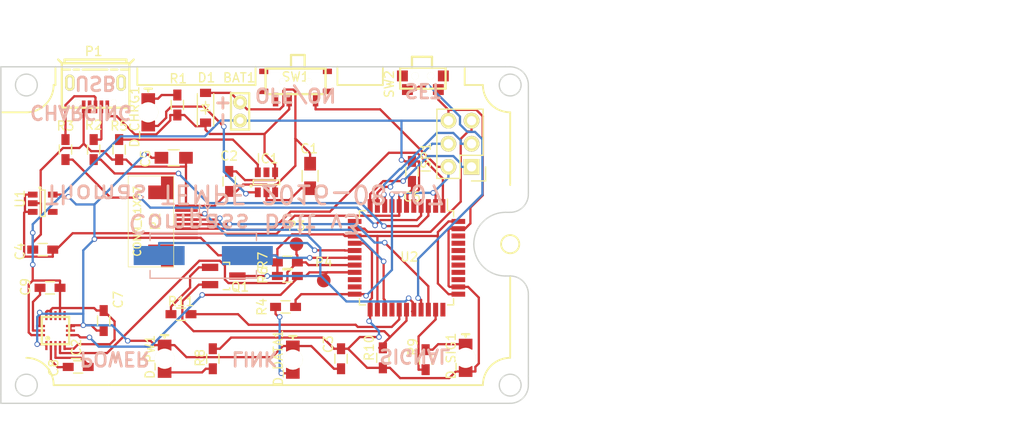
<source format=kicad_pcb>
(kicad_pcb (version 4) (host pcbnew 4.0.4-stable)

  (general
    (links 98)
    (no_connects 0)
    (area 53.899999 46.525 165.90714 93.277)
    (thickness 1.6)
    (drawings 66)
    (tracks 541)
    (zones 0)
    (modules 39)
    (nets 38)
  )

  (page A4)
  (layers
    (0 F.Cu signal)
    (31 B.Cu signal)
    (32 B.Adhes user)
    (33 F.Adhes user)
    (34 B.Paste user)
    (35 F.Paste user)
    (36 B.SilkS user)
    (37 F.SilkS user)
    (38 B.Mask user)
    (39 F.Mask user)
    (40 Dwgs.User user)
    (41 Cmts.User user)
    (42 Eco1.User user)
    (43 Eco2.User user)
    (44 Edge.Cuts user)
    (45 Margin user)
    (46 B.CrtYd user)
    (47 F.CrtYd user)
    (48 B.Fab user)
    (49 F.Fab user)
  )

  (setup
    (last_trace_width 0.25)
    (trace_clearance 0.2)
    (zone_clearance 0.508)
    (zone_45_only yes)
    (trace_min 0.2)
    (segment_width 0.2)
    (edge_width 0.15)
    (via_size 0.6)
    (via_drill 0.4)
    (via_min_size 0.4)
    (via_min_drill 0.3)
    (uvia_size 0.3)
    (uvia_drill 0.1)
    (uvias_allowed no)
    (uvia_min_size 0.2)
    (uvia_min_drill 0.1)
    (pcb_text_width 0.3)
    (pcb_text_size 1.5 1.5)
    (mod_edge_width 0.15)
    (mod_text_size 1 1)
    (mod_text_width 0.15)
    (pad_size 1.524 1.524)
    (pad_drill 0.762)
    (pad_to_mask_clearance 0.2)
    (aux_axis_origin 0 0)
    (visible_elements 7FFFFFFF)
    (pcbplotparams
      (layerselection 0x310ff_80000001)
      (usegerberextensions true)
      (excludeedgelayer true)
      (linewidth 0.100000)
      (plotframeref true)
      (viasonmask false)
      (mode 1)
      (useauxorigin false)
      (hpglpennumber 1)
      (hpglpenspeed 20)
      (hpglpendiameter 15)
      (hpglpenoverlay 2)
      (psnegative false)
      (psa4output false)
      (plotreference true)
      (plotvalue true)
      (plotinvisibletext false)
      (padsonsilk false)
      (subtractmaskfromsilk true)
      (outputformat 1)
      (mirror false)
      (drillshape 0)
      (scaleselection 1)
      (outputdirectory Gerber/))
  )

  (net 0 "")
  (net 1 "Net-(BAT1-Pad1)")
  (net 2 GND)
  (net 3 "Net-(C2-Pad1)")
  (net 4 +3V3)
  (net 5 +5V)
  (net 6 "Net-(C6-Pad2)")
  (net 7 "Net-(C8-Pad1)")
  (net 8 "Net-(C8-Pad2)")
  (net 9 "Net-(C9-Pad2)")
  (net 10 "Net-(D_CHRG1-Pad1)")
  (net 11 "Net-(D_CHRG1-Pad2)")
  (net 12 "Net-(D_DATA1-Pad1)")
  (net 13 "Net-(D_PW1-Pad1)")
  (net 14 "Net-(IC1-Pad6)")
  (net 15 /SCL)
  (net 16 /SDA)
  (net 17 /MISO)
  (net 18 /SCK)
  (net 19 /MOSI)
  (net 20 /RESET)
  (net 21 "Net-(P1-Pad3)")
  (net 22 "Net-(P1-Pad2)")
  (net 23 /A9)
  (net 24 /A10)
  (net 25 /D4)
  (net 26 /D5)
  (net 27 "Net-(Q1-Pad1)")
  (net 28 /D-)
  (net 29 /D+)
  (net 30 "Net-(R4-Pad1)")
  (net 31 "Net-(R9-Pad1)")
  (net 32 /D6)
  (net 33 "Net-(SW2-Pad1)")
  (net 34 "Net-(D_SIG1-Pad2)")
  (net 35 /D7)
  (net 36 "Net-(U2-Pad16)")
  (net 37 "Net-(U2-Pad17)")

  (net_class Default "This is the default net class."
    (clearance 0.2)
    (trace_width 0.25)
    (via_dia 0.6)
    (via_drill 0.4)
    (uvia_dia 0.3)
    (uvia_drill 0.1)
    (add_net +3V3)
    (add_net +5V)
    (add_net /A10)
    (add_net /A9)
    (add_net /D+)
    (add_net /D-)
    (add_net /D4)
    (add_net /D5)
    (add_net /D6)
    (add_net /D7)
    (add_net /MISO)
    (add_net /MOSI)
    (add_net /RESET)
    (add_net /SCK)
    (add_net /SCL)
    (add_net /SDA)
    (add_net GND)
    (add_net "Net-(BAT1-Pad1)")
    (add_net "Net-(C2-Pad1)")
    (add_net "Net-(C6-Pad2)")
    (add_net "Net-(C8-Pad1)")
    (add_net "Net-(C8-Pad2)")
    (add_net "Net-(C9-Pad2)")
    (add_net "Net-(D_CHRG1-Pad1)")
    (add_net "Net-(D_CHRG1-Pad2)")
    (add_net "Net-(D_DATA1-Pad1)")
    (add_net "Net-(D_PW1-Pad1)")
    (add_net "Net-(D_SIG1-Pad2)")
    (add_net "Net-(IC1-Pad6)")
    (add_net "Net-(P1-Pad2)")
    (add_net "Net-(P1-Pad3)")
    (add_net "Net-(Q1-Pad1)")
    (add_net "Net-(R4-Pad1)")
    (add_net "Net-(R9-Pad1)")
    (add_net "Net-(SW2-Pad1)")
    (add_net "Net-(U2-Pad16)")
    (add_net "Net-(U2-Pad17)")
  )

  (module Resistors_SMD:R_0603_HandSoldering (layer F.Cu) (tedit 5681575A) (tstamp 5681459C)
    (at 59.4 78.3 180)
    (descr "Resistor SMD 0603, hand soldering")
    (tags "resistor 0603")
    (path /5680C965)
    (attr smd)
    (fp_text reference C9 (at 2.7 0.1 270) (layer F.SilkS)
      (effects (font (size 1 1) (thickness 0.15)))
    )
    (fp_text value 4.7uF (at 0 1.6 180) (layer F.Fab)
      (effects (font (size 1 1) (thickness 0.15)))
    )
    (fp_line (start -2 -0.8) (end 2 -0.8) (layer F.CrtYd) (width 0.05))
    (fp_line (start -2 0.8) (end 2 0.8) (layer F.CrtYd) (width 0.05))
    (fp_line (start -2 -0.8) (end -2 0.8) (layer F.CrtYd) (width 0.05))
    (fp_line (start 2 -0.8) (end 2 0.8) (layer F.CrtYd) (width 0.05))
    (fp_line (start 0.5 0.675) (end -0.5 0.675) (layer F.SilkS) (width 0.15))
    (fp_line (start -0.5 -0.675) (end 0.5 -0.675) (layer F.SilkS) (width 0.15))
    (pad 1 smd rect (at -1.1 0 180) (size 1.2 0.9) (layers F.Cu F.Paste F.Mask)
      (net 2 GND))
    (pad 2 smd rect (at 1.1 0 180) (size 1.2 0.9) (layers F.Cu F.Paste F.Mask)
      (net 9 "Net-(C9-Pad2)"))
    (model Resistors_SMD.3dshapes/R_0603_HandSoldering.wrl
      (at (xyz 0 0 0))
      (scale (xyz 1 1 1))
      (rotate (xyz 0 0 0))
    )
  )

  (module ttempe_lib:Micro_USB_MK5P (layer F.Cu) (tedit 56815822) (tstamp 5681462C)
    (at 64.4 53.6 180)
    (path /567422EE)
    (fp_text reference P1 (at 0.2 1.3 180) (layer F.SilkS)
      (effects (font (size 1 1) (thickness 0.15)))
    )
    (fp_text value USB_OTG (at -0.2 2.9 180) (layer F.Fab) hide
      (effects (font (size 1 1) (thickness 0.15)))
    )
    (fp_line (start -2.8 -0.7) (end -3.7 -0.7) (layer F.SilkS) (width 0.25))
    (fp_line (start -1.7 -0.7) (end -2.4 -0.7) (layer F.SilkS) (width 0.25))
    (fp_line (start 2.8 -0.7) (end 3.6 -0.7) (layer F.SilkS) (width 0.25))
    (fp_line (start 1.8 -0.7) (end 2.4 -0.7) (layer F.SilkS) (width 0.25))
    (fp_line (start -1.3 -0.7) (end 1.4 -0.7) (layer F.SilkS) (width 0.25))
    (fp_line (start 3.7 0) (end 4.1 0.4) (layer F.SilkS) (width 0.25))
    (fp_line (start -3.8 0) (end -4.2 0.4) (layer F.SilkS) (width 0.25))
    (fp_line (start 3.7 0) (end 3.7 -4.9) (layer F.SilkS) (width 0.25))
    (fp_line (start -3.4 0) (end -3.4 0.4) (layer F.SilkS) (width 0.25))
    (fp_line (start -3.4 0.4) (end 3.4 0.4) (layer F.SilkS) (width 0.25))
    (fp_line (start 3.4 0.4) (end 3.4 0) (layer F.SilkS) (width 0.25))
    (fp_line (start 3.6 -4.9) (end -3.6 -4.9) (layer F.SilkS) (width 0.25))
    (fp_line (start -3.725 -4.9) (end -3.725 0) (layer F.SilkS) (width 0.25))
    (fp_line (start -3.6 0) (end 3.6 0) (layer F.SilkS) (width 0.25))
    (pad "" np_thru_hole oval (at 2.825 -2.15 180) (size 1.05 1.8) (drill oval 0.45 1.2) (layers *.Cu *.Mask F.SilkS))
    (pad "" np_thru_hole oval (at -2.825 -2.15 180) (size 1.05 1.8) (drill oval 0.45 1.2) (layers *.Cu *.Mask F.SilkS))
    (pad "" np_thru_hole circle (at 2 -4.3 180) (size 0.65 0.65) (drill 0.65) (layers *.Cu *.Mask F.SilkS))
    (pad "" np_thru_hole circle (at -2 -4.3 180) (size 0.65 0.65) (drill 0.65) (layers *.Cu *.Mask F.SilkS))
    (pad 3 smd rect (at 0 -4.8 180) (size 0.4 1.4) (layers F.Cu F.Paste F.Mask)
      (net 21 "Net-(P1-Pad3)"))
    (pad 4 smd rect (at 0.65 -4.8 180) (size 0.4 1.4) (layers F.Cu F.Paste F.Mask))
    (pad 2 smd rect (at -0.65 -4.8 180) (size 0.4 1.4) (layers F.Cu F.Paste F.Mask)
      (net 22 "Net-(P1-Pad2)"))
    (pad 5 smd rect (at 1.3 -4.8 180) (size 0.4 1.4) (layers F.Cu F.Paste F.Mask)
      (net 2 GND))
    (pad 1 smd rect (at -1.3 -4.8 180) (size 0.4 1.4) (layers F.Cu F.Paste F.Mask)
      (net 3 "Net-(C2-Pad1)"))
  )

  (module ttempe_lib:Conn_1x2_2mm (layer F.Cu) (tedit 568158B5) (tstamp 56814530)
    (at 80.3 58.9 270)
    (path /56742A17)
    (fp_text reference BAT1 (at -3.7 0.1 360) (layer F.SilkS)
      (effects (font (size 1 1) (thickness 0.15)))
    )
    (fp_text value CONN_01X02 (at -11.4 -3.1 360) (layer F.Fab)
      (effects (font (size 1 1) (thickness 0.15)))
    )
    (fp_line (start -2 -1) (end -2 1) (layer F.SilkS) (width 0.25))
    (fp_line (start -2 1) (end 2 1) (layer F.SilkS) (width 0.25))
    (fp_line (start 2 1) (end 2 -1) (layer F.SilkS) (width 0.25))
    (fp_line (start 2 -1) (end -2 -1) (layer F.SilkS) (width 0.25))
    (pad 1 thru_hole circle (at -1 0 270) (size 1.524 1.524) (drill 0.762) (layers *.Cu *.Mask F.SilkS)
      (net 1 "Net-(BAT1-Pad1)"))
    (pad 2 thru_hole circle (at 1 0 270) (size 1.524 1.524) (drill 0.762) (layers *.Cu *.Mask F.SilkS)
      (net 2 GND))
  )

  (module Resistors_SMD:R_0805_HandSoldering (layer F.Cu) (tedit 5681580B) (tstamp 5681453C)
    (at 88 66 270)
    (descr "Resistor SMD 0805, hand soldering")
    (tags "resistor 0805")
    (path /56742932)
    (attr smd)
    (fp_text reference C1 (at -3 0.1 360) (layer F.SilkS)
      (effects (font (size 1 1) (thickness 0.15)))
    )
    (fp_text value 10uF (at 0.1 1.6 270) (layer F.Fab)
      (effects (font (size 1 1) (thickness 0.15)))
    )
    (fp_line (start -2.4 -1) (end 2.4 -1) (layer F.CrtYd) (width 0.05))
    (fp_line (start -2.4 1) (end 2.4 1) (layer F.CrtYd) (width 0.05))
    (fp_line (start -2.4 -1) (end -2.4 1) (layer F.CrtYd) (width 0.05))
    (fp_line (start 2.4 -1) (end 2.4 1) (layer F.CrtYd) (width 0.05))
    (fp_line (start 0.6 0.875) (end -0.6 0.875) (layer F.SilkS) (width 0.15))
    (fp_line (start -0.6 -0.875) (end 0.6 -0.875) (layer F.SilkS) (width 0.15))
    (pad 1 smd rect (at -1.35 0 270) (size 1.5 1.3) (layers F.Cu F.Paste F.Mask)
      (net 1 "Net-(BAT1-Pad1)"))
    (pad 2 smd rect (at 1.35 0 270) (size 1.5 1.3) (layers F.Cu F.Paste F.Mask)
      (net 2 GND))
    (model Resistors_SMD.3dshapes/R_0805_HandSoldering.wrl
      (at (xyz 0 0 0))
      (scale (xyz 1 1 1))
      (rotate (xyz 0 0 0))
    )
  )

  (module Resistors_SMD:R_0603_HandSoldering (layer F.Cu) (tedit 56815894) (tstamp 56814548)
    (at 79.1 66.6 270)
    (descr "Resistor SMD 0603, hand soldering")
    (tags "resistor 0603")
    (path /567F700A)
    (attr smd)
    (fp_text reference C2 (at -2.8 0 360) (layer F.SilkS)
      (effects (font (size 1 1) (thickness 0.15)))
    )
    (fp_text value .1uF (at 0 1.5 270) (layer F.Fab)
      (effects (font (size 1 1) (thickness 0.15)))
    )
    (fp_line (start -2 -0.8) (end 2 -0.8) (layer F.CrtYd) (width 0.05))
    (fp_line (start -2 0.8) (end 2 0.8) (layer F.CrtYd) (width 0.05))
    (fp_line (start -2 -0.8) (end -2 0.8) (layer F.CrtYd) (width 0.05))
    (fp_line (start 2 -0.8) (end 2 0.8) (layer F.CrtYd) (width 0.05))
    (fp_line (start 0.5 0.675) (end -0.5 0.675) (layer F.SilkS) (width 0.15))
    (fp_line (start -0.5 -0.675) (end 0.5 -0.675) (layer F.SilkS) (width 0.15))
    (pad 1 smd rect (at -1.1 0 270) (size 1.2 0.9) (layers F.Cu F.Paste F.Mask)
      (net 3 "Net-(C2-Pad1)"))
    (pad 2 smd rect (at 1.1 0 270) (size 1.2 0.9) (layers F.Cu F.Paste F.Mask)
      (net 2 GND))
    (model Resistors_SMD.3dshapes/R_0603_HandSoldering.wrl
      (at (xyz 0 0 0))
      (scale (xyz 1 1 1))
      (rotate (xyz 0 0 0))
    )
  )

  (module Resistors_SMD:R_0603_HandSoldering (layer F.Cu) (tedit 5681577A) (tstamp 56814554)
    (at 91.4 86.1 90)
    (descr "Resistor SMD 0603, hand soldering")
    (tags "resistor 0603")
    (path /5680F19C)
    (attr smd)
    (fp_text reference C3 (at 1.6 -1.4 270) (layer F.SilkS)
      (effects (font (size 1 1) (thickness 0.15)))
    )
    (fp_text value .1uF (at -1.2 -1.4 90) (layer F.Fab)
      (effects (font (size 1 1) (thickness 0.15)))
    )
    (fp_line (start -2 -0.8) (end 2 -0.8) (layer F.CrtYd) (width 0.05))
    (fp_line (start -2 0.8) (end 2 0.8) (layer F.CrtYd) (width 0.05))
    (fp_line (start -2 -0.8) (end -2 0.8) (layer F.CrtYd) (width 0.05))
    (fp_line (start 2 -0.8) (end 2 0.8) (layer F.CrtYd) (width 0.05))
    (fp_line (start 0.5 0.675) (end -0.5 0.675) (layer F.SilkS) (width 0.15))
    (fp_line (start -0.5 -0.675) (end 0.5 -0.675) (layer F.SilkS) (width 0.15))
    (pad 1 smd rect (at -1.1 0 90) (size 1.2 0.9) (layers F.Cu F.Paste F.Mask)
      (net 4 +3V3))
    (pad 2 smd rect (at 1.1 0 90) (size 1.2 0.9) (layers F.Cu F.Paste F.Mask)
      (net 2 GND))
    (model Resistors_SMD.3dshapes/R_0603_HandSoldering.wrl
      (at (xyz 0 0 0))
      (scale (xyz 1 1 1))
      (rotate (xyz 0 0 0))
    )
  )

  (module Resistors_SMD:R_0603_HandSoldering (layer F.Cu) (tedit 568157F9) (tstamp 56814560)
    (at 58.6 74.1 180)
    (descr "Resistor SMD 0603, hand soldering")
    (tags "resistor 0603")
    (path /567EBF56)
    (attr smd)
    (fp_text reference C4 (at 2.5 -0.2 270) (layer F.SilkS)
      (effects (font (size 1 1) (thickness 0.15)))
    )
    (fp_text value .1uF (at 0.1 -1.5 180) (layer F.Fab)
      (effects (font (size 1 1) (thickness 0.15)))
    )
    (fp_line (start -2 -0.8) (end 2 -0.8) (layer F.CrtYd) (width 0.05))
    (fp_line (start -2 0.8) (end 2 0.8) (layer F.CrtYd) (width 0.05))
    (fp_line (start -2 -0.8) (end -2 0.8) (layer F.CrtYd) (width 0.05))
    (fp_line (start 2 -0.8) (end 2 0.8) (layer F.CrtYd) (width 0.05))
    (fp_line (start 0.5 0.675) (end -0.5 0.675) (layer F.SilkS) (width 0.15))
    (fp_line (start -0.5 -0.675) (end 0.5 -0.675) (layer F.SilkS) (width 0.15))
    (pad 1 smd rect (at -1.1 0 180) (size 1.2 0.9) (layers F.Cu F.Paste F.Mask)
      (net 5 +5V))
    (pad 2 smd rect (at 1.1 0 180) (size 1.2 0.9) (layers F.Cu F.Paste F.Mask)
      (net 2 GND))
    (model Resistors_SMD.3dshapes/R_0603_HandSoldering.wrl
      (at (xyz 0 0 0))
      (scale (xyz 1 1 1))
      (rotate (xyz 0 0 0))
    )
  )

  (module Resistors_SMD:R_0805_HandSoldering (layer F.Cu) (tedit 56815812) (tstamp 5681456C)
    (at 73 64)
    (descr "Resistor SMD 0805, hand soldering")
    (tags "resistor 0805")
    (path /56750AC3)
    (attr smd)
    (fp_text reference C5 (at -3.1 0.1 90) (layer F.SilkS)
      (effects (font (size 1 1) (thickness 0.15)))
    )
    (fp_text value 10uF (at 0 -1.6) (layer F.Fab)
      (effects (font (size 1 1) (thickness 0.15)))
    )
    (fp_line (start -2.4 -1) (end 2.4 -1) (layer F.CrtYd) (width 0.05))
    (fp_line (start -2.4 1) (end 2.4 1) (layer F.CrtYd) (width 0.05))
    (fp_line (start -2.4 -1) (end -2.4 1) (layer F.CrtYd) (width 0.05))
    (fp_line (start 2.4 -1) (end 2.4 1) (layer F.CrtYd) (width 0.05))
    (fp_line (start 0.6 0.875) (end -0.6 0.875) (layer F.SilkS) (width 0.15))
    (fp_line (start -0.6 -0.875) (end 0.6 -0.875) (layer F.SilkS) (width 0.15))
    (pad 1 smd rect (at -1.35 0) (size 1.5 1.3) (layers F.Cu F.Paste F.Mask)
      (net 4 +3V3))
    (pad 2 smd rect (at 1.35 0) (size 1.5 1.3) (layers F.Cu F.Paste F.Mask)
      (net 2 GND))
    (model Resistors_SMD.3dshapes/R_0805_HandSoldering.wrl
      (at (xyz 0 0 0))
      (scale (xyz 1 1 1))
      (rotate (xyz 0 0 0))
    )
  )

  (module Resistors_SMD:R_0603_HandSoldering (layer F.Cu) (tedit 5681579E) (tstamp 56814578)
    (at 99.2 65.5 270)
    (descr "Resistor SMD 0603, hand soldering")
    (tags "resistor 0603")
    (path /567F3366)
    (attr smd)
    (fp_text reference C6 (at 2.8 0 360) (layer F.SilkS)
      (effects (font (size 1 1) (thickness 0.15)))
    )
    (fp_text value 1uF (at 0 1.5 270) (layer F.Fab)
      (effects (font (size 1 1) (thickness 0.15)))
    )
    (fp_line (start -2 -0.8) (end 2 -0.8) (layer F.CrtYd) (width 0.05))
    (fp_line (start -2 0.8) (end 2 0.8) (layer F.CrtYd) (width 0.05))
    (fp_line (start -2 -0.8) (end -2 0.8) (layer F.CrtYd) (width 0.05))
    (fp_line (start 2 -0.8) (end 2 0.8) (layer F.CrtYd) (width 0.05))
    (fp_line (start 0.5 0.675) (end -0.5 0.675) (layer F.SilkS) (width 0.15))
    (fp_line (start -0.5 -0.675) (end 0.5 -0.675) (layer F.SilkS) (width 0.15))
    (pad 1 smd rect (at -1.1 0 270) (size 1.2 0.9) (layers F.Cu F.Paste F.Mask)
      (net 2 GND))
    (pad 2 smd rect (at 1.1 0 270) (size 1.2 0.9) (layers F.Cu F.Paste F.Mask)
      (net 6 "Net-(C6-Pad2)"))
    (model Resistors_SMD.3dshapes/R_0603_HandSoldering.wrl
      (at (xyz 0 0 0))
      (scale (xyz 1 1 1))
      (rotate (xyz 0 0 0))
    )
  )

  (module Resistors_SMD:R_0603_HandSoldering (layer F.Cu) (tedit 56815721) (tstamp 56814584)
    (at 65.3 81.9 270)
    (descr "Resistor SMD 0603, hand soldering")
    (tags "resistor 0603")
    (path /5680E235)
    (attr smd)
    (fp_text reference C7 (at -2.3 -1.6 270) (layer F.SilkS)
      (effects (font (size 1 1) (thickness 0.15)))
    )
    (fp_text value .1uF (at 0.9 -1.6 270) (layer F.Fab)
      (effects (font (size 1 1) (thickness 0.15)))
    )
    (fp_line (start -2 -0.8) (end 2 -0.8) (layer F.CrtYd) (width 0.05))
    (fp_line (start -2 0.8) (end 2 0.8) (layer F.CrtYd) (width 0.05))
    (fp_line (start -2 -0.8) (end -2 0.8) (layer F.CrtYd) (width 0.05))
    (fp_line (start 2 -0.8) (end 2 0.8) (layer F.CrtYd) (width 0.05))
    (fp_line (start 0.5 0.675) (end -0.5 0.675) (layer F.SilkS) (width 0.15))
    (fp_line (start -0.5 -0.675) (end 0.5 -0.675) (layer F.SilkS) (width 0.15))
    (pad 1 smd rect (at -1.1 0 270) (size 1.2 0.9) (layers F.Cu F.Paste F.Mask)
      (net 2 GND))
    (pad 2 smd rect (at 1.1 0 270) (size 1.2 0.9) (layers F.Cu F.Paste F.Mask)
      (net 4 +3V3))
    (model Resistors_SMD.3dshapes/R_0603_HandSoldering.wrl
      (at (xyz 0 0 0))
      (scale (xyz 1 1 1))
      (rotate (xyz 0 0 0))
    )
  )

  (module Resistors_SMD:R_0603_HandSoldering (layer F.Cu) (tedit 56815746) (tstamp 56814590)
    (at 62.5 87)
    (descr "Resistor SMD 0603, hand soldering")
    (tags "resistor 0603")
    (path /5680ABCB)
    (attr smd)
    (fp_text reference C8 (at -2.7 0.1 90) (layer F.SilkS)
      (effects (font (size 1 1) (thickness 0.15)))
    )
    (fp_text value 0.22uF (at -0.1 1.4) (layer F.Fab)
      (effects (font (size 1 1) (thickness 0.15)))
    )
    (fp_line (start -2 -0.8) (end 2 -0.8) (layer F.CrtYd) (width 0.05))
    (fp_line (start -2 0.8) (end 2 0.8) (layer F.CrtYd) (width 0.05))
    (fp_line (start -2 -0.8) (end -2 0.8) (layer F.CrtYd) (width 0.05))
    (fp_line (start 2 -0.8) (end 2 0.8) (layer F.CrtYd) (width 0.05))
    (fp_line (start 0.5 0.675) (end -0.5 0.675) (layer F.SilkS) (width 0.15))
    (fp_line (start -0.5 -0.675) (end 0.5 -0.675) (layer F.SilkS) (width 0.15))
    (pad 1 smd rect (at -1.1 0) (size 1.2 0.9) (layers F.Cu F.Paste F.Mask)
      (net 7 "Net-(C8-Pad1)"))
    (pad 2 smd rect (at 1.1 0) (size 1.2 0.9) (layers F.Cu F.Paste F.Mask)
      (net 8 "Net-(C8-Pad2)"))
    (model Resistors_SMD.3dshapes/R_0603_HandSoldering.wrl
      (at (xyz 0 0 0))
      (scale (xyz 1 1 1))
      (rotate (xyz 0 0 0))
    )
  )

  (module Diodes_SMD:SOD-123 (layer F.Cu) (tedit 5681586F) (tstamp 568145AE)
    (at 76.5 58.5 90)
    (descr SOD-123)
    (tags SOD-123)
    (path /5674D0CA)
    (attr smd)
    (fp_text reference D1 (at 3.3 0.1 180) (layer F.SilkS)
      (effects (font (size 1 1) (thickness 0.15)))
    )
    (fp_text value 1N4448W (at 8.1 -0.2 90) (layer F.Fab)
      (effects (font (size 1 1) (thickness 0.15)))
    )
    (fp_line (start 0.3175 0) (end 0.6985 0) (layer F.SilkS) (width 0.15))
    (fp_line (start -0.6985 0) (end -0.3175 0) (layer F.SilkS) (width 0.15))
    (fp_line (start -0.3175 0) (end 0.3175 -0.381) (layer F.SilkS) (width 0.15))
    (fp_line (start 0.3175 -0.381) (end 0.3175 0.381) (layer F.SilkS) (width 0.15))
    (fp_line (start 0.3175 0.381) (end -0.3175 0) (layer F.SilkS) (width 0.15))
    (fp_line (start -0.3175 -0.508) (end -0.3175 0.508) (layer F.SilkS) (width 0.15))
    (fp_line (start -2.25 -1.05) (end 2.25 -1.05) (layer F.CrtYd) (width 0.05))
    (fp_line (start 2.25 -1.05) (end 2.25 1.05) (layer F.CrtYd) (width 0.05))
    (fp_line (start 2.25 1.05) (end -2.25 1.05) (layer F.CrtYd) (width 0.05))
    (fp_line (start -2.25 -1.05) (end -2.25 1.05) (layer F.CrtYd) (width 0.05))
    (fp_line (start -2 0.9) (end 1.54 0.9) (layer F.SilkS) (width 0.15))
    (fp_line (start -2 -0.9) (end 1.54 -0.9) (layer F.SilkS) (width 0.15))
    (pad 1 smd rect (at -1.635 0 90) (size 0.91 1.22) (layers F.Cu F.Paste F.Mask)
      (net 3 "Net-(C2-Pad1)"))
    (pad 2 smd rect (at 1.635 0 90) (size 0.91 1.22) (layers F.Cu F.Paste F.Mask)
      (net 1 "Net-(BAT1-Pad1)"))
  )

  (module ttempe_lib:LED_1206_reversed (layer F.Cu) (tedit 56815848) (tstamp 568145C0)
    (at 70.2 59 270)
    (path /56742765)
    (fp_text reference D_CHRG1 (at 0.5 1.5 270) (layer F.SilkS)
      (effects (font (size 1 1) (thickness 0.15)))
    )
    (fp_text value LED_R (at -7.9 0 270) (layer F.Fab)
      (effects (font (size 1 1) (thickness 0.15)))
    )
    (fp_line (start -2.6 0) (end -2.3 0) (layer F.SilkS) (width 0.25))
    (fp_line (start -2.6 -0.4) (end -2.6 0.4) (layer F.SilkS) (width 0.25))
    (pad 1 smd rect (at 1.5 0 270) (size 1.2 1.5) (layers F.Cu F.Paste F.Mask)
      (net 10 "Net-(D_CHRG1-Pad1)"))
    (pad 2 smd rect (at -1.5 0 270) (size 1.2 1.5) (layers F.Cu F.Paste F.Mask)
      (net 11 "Net-(D_CHRG1-Pad2)"))
    (pad "" np_thru_hole circle (at 0 0 270) (size 2.2 2.2) (drill 2.2) (layers *.Cu *.Mask F.SilkS))
  )

  (module ttempe_lib:LED_1206_reversed (layer F.Cu) (tedit 568142A7) (tstamp 568145C9)
    (at 86.1 86.2 270)
    (path /567F74C8)
    (fp_text reference D_DATA1 (at -0.2 1.6 270) (layer F.SilkS)
      (effects (font (size 1 1) (thickness 0.15)))
    )
    (fp_text value Led_G (at 0.1 -1.6 270) (layer F.Fab)
      (effects (font (size 1 1) (thickness 0.15)))
    )
    (fp_line (start -2.6 0) (end -2.3 0) (layer F.SilkS) (width 0.25))
    (fp_line (start -2.6 -0.4) (end -2.6 0.4) (layer F.SilkS) (width 0.25))
    (pad 1 smd rect (at 1.5 0 270) (size 1.2 1.5) (layers F.Cu F.Paste F.Mask)
      (net 12 "Net-(D_DATA1-Pad1)"))
    (pad 2 smd rect (at -1.5 0 270) (size 1.2 1.5) (layers F.Cu F.Paste F.Mask)
      (net 4 +3V3))
    (pad "" np_thru_hole circle (at 0 0 270) (size 2.2 2.2) (drill 2.2) (layers *.Cu *.Mask F.SilkS))
  )

  (module ttempe_lib:LED_1206_reversed (layer F.Cu) (tedit 568142A7) (tstamp 568145D2)
    (at 72 86.1 270)
    (path /567EBE28)
    (fp_text reference D_PW1 (at -0.2 1.6 270) (layer F.SilkS)
      (effects (font (size 1 1) (thickness 0.15)))
    )
    (fp_text value LED_R (at 0.1 -1.6 270) (layer F.Fab)
      (effects (font (size 1 1) (thickness 0.15)))
    )
    (fp_line (start -2.6 0) (end -2.3 0) (layer F.SilkS) (width 0.25))
    (fp_line (start -2.6 -0.4) (end -2.6 0.4) (layer F.SilkS) (width 0.25))
    (pad 1 smd rect (at 1.5 0 270) (size 1.2 1.5) (layers F.Cu F.Paste F.Mask)
      (net 13 "Net-(D_PW1-Pad1)"))
    (pad 2 smd rect (at -1.5 0 270) (size 1.2 1.5) (layers F.Cu F.Paste F.Mask)
      (net 4 +3V3))
    (pad "" np_thru_hole circle (at 0 0 270) (size 2.2 2.2) (drill 2.2) (layers *.Cu *.Mask F.SilkS))
  )

  (module TO_SOT_Packages_SMD:SOT-23-6 (layer F.Cu) (tedit 5681589A) (tstamp 568145E1)
    (at 83.2 66.7 90)
    (descr "6-pin SOT-23 package")
    (tags SOT-23-6)
    (path /567424DA)
    (attr smd)
    (fp_text reference IC1 (at 2.6 0.1 180) (layer F.SilkS)
      (effects (font (size 1 1) (thickness 0.15)))
    )
    (fp_text value TP4057 (at 0 2.2 90) (layer F.Fab)
      (effects (font (size 1 1) (thickness 0.15)))
    )
    (fp_circle (center -0.4 -1.7) (end -0.3 -1.7) (layer F.SilkS) (width 0.15))
    (fp_line (start 0.25 -1.45) (end -0.25 -1.45) (layer F.SilkS) (width 0.15))
    (fp_line (start 0.25 1.45) (end 0.25 -1.45) (layer F.SilkS) (width 0.15))
    (fp_line (start -0.25 1.45) (end 0.25 1.45) (layer F.SilkS) (width 0.15))
    (fp_line (start -0.25 -1.45) (end -0.25 1.45) (layer F.SilkS) (width 0.15))
    (pad 1 smd rect (at -1.1 -0.95 90) (size 1.06 0.65) (layers F.Cu F.Paste F.Mask)
      (net 10 "Net-(D_CHRG1-Pad1)"))
    (pad 2 smd rect (at -1.1 0 90) (size 1.06 0.65) (layers F.Cu F.Paste F.Mask)
      (net 2 GND))
    (pad 3 smd rect (at -1.1 0.95 90) (size 1.06 0.65) (layers F.Cu F.Paste F.Mask)
      (net 1 "Net-(BAT1-Pad1)"))
    (pad 4 smd rect (at 1.1 0.95 90) (size 1.06 0.65) (layers F.Cu F.Paste F.Mask)
      (net 3 "Net-(C2-Pad1)"))
    (pad 6 smd rect (at 1.1 -0.95 90) (size 1.06 0.65) (layers F.Cu F.Paste F.Mask)
      (net 14 "Net-(IC1-Pad6)"))
    (pad 5 smd rect (at 1.1 0 90) (size 1.06 0.65) (layers F.Cu F.Paste F.Mask))
    (model TO_SOT_Packages_SMD.3dshapes/SOT-23-6.wrl
      (at (xyz 0 0 0))
      (scale (xyz 1 1 1))
      (rotate (xyz 0 0 0))
    )
  )

  (module ttempe_lib:TFLGA-3.0x3.0x1.0_16L (layer F.Cu) (tedit 5681574E) (tstamp 568145FA)
    (at 60 83 90)
    (path /5680AA36)
    (fp_text reference IC2 (at -2.1 2.3 270) (layer F.SilkS)
      (effects (font (size 1 1) (thickness 0.15)))
    )
    (fp_text value LSM303D (at 0.4 -3 90) (layer F.Fab) hide
      (effects (font (size 1 1) (thickness 0.15)))
    )
    (fp_circle (center -0.85 -0.85) (end -0.85 -1) (layer F.SilkS) (width 0.25))
    (fp_line (start -1.5 1.5) (end 1.5 1.5) (layer F.SilkS) (width 0.25))
    (fp_line (start 1.5 1.5) (end 1.5 -1.5) (layer F.SilkS) (width 0.25))
    (fp_line (start 1.5 -1.5) (end -1.5 -1.5) (layer F.SilkS) (width 0.25))
    (fp_line (start -1.5 -1.5) (end -1.5 1.5) (layer F.SilkS) (width 0.25))
    (pad 1 smd rect (at -1.65 -1 90) (size 1 0.25) (layers F.Cu F.Paste F.Mask)
      (net 4 +3V3))
    (pad 2 smd rect (at -1.65 -0.5 90) (size 1 0.25) (layers F.Cu F.Paste F.Mask)
      (net 7 "Net-(C8-Pad1)"))
    (pad 3 smd rect (at -1.65 0 90) (size 1 0.25) (layers F.Cu F.Paste F.Mask)
      (net 8 "Net-(C8-Pad2)"))
    (pad 4 smd rect (at -1.65 0.5 90) (size 1 0.25) (layers F.Cu F.Paste F.Mask)
      (net 15 /SCL))
    (pad 5 smd rect (at -1.65 1 90) (size 1 0.25) (layers F.Cu F.Paste F.Mask)
      (net 2 GND))
    (pad 6 smd rect (at -0.5 1.65 90) (size 0.25 1) (layers F.Cu F.Paste F.Mask)
      (net 16 /SDA))
    (pad 7 smd rect (at 0 1.65 90) (size 0.25 1) (layers F.Cu F.Paste F.Mask)
      (net 4 +3V3))
    (pad 8 smd rect (at 0.5 1.65 90) (size 0.25 1) (layers F.Cu F.Paste F.Mask)
      (net 4 +3V3))
    (pad 9 smd rect (at 1.65 1 90) (size 1 0.25) (layers F.Cu F.Paste F.Mask))
    (pad 10 smd rect (at 1.65 0.5 90) (size 1 0.25) (layers F.Cu F.Paste F.Mask)
      (net 2 GND))
    (pad 11 smd rect (at 1.65 0 90) (size 1 0.25) (layers F.Cu F.Paste F.Mask))
    (pad 12 smd rect (at 1.65 -0.5 90) (size 1 0.25) (layers F.Cu F.Paste F.Mask)
      (net 2 GND))
    (pad 13 smd rect (at 1.65 -1 90) (size 1 0.25) (layers F.Cu F.Paste F.Mask)
      (net 2 GND))
    (pad 14 smd rect (at 0.5 -1.65 90) (size 0.25 1) (layers F.Cu F.Paste F.Mask)
      (net 4 +3V3))
    (pad 15 smd rect (at 0 -1.65 90) (size 0.25 1) (layers F.Cu F.Paste F.Mask)
      (net 9 "Net-(C9-Pad2)"))
    (pad 16 smd rect (at -0.5 -1.65 90) (size 0.25 1) (layers F.Cu F.Paste F.Mask)
      (net 2 GND))
  )

  (module Pin_Headers:Pin_Header_Straight_2x03 (layer F.Cu) (tedit 56815881) (tstamp 56814611)
    (at 105.75 65 180)
    (descr "Through hole pin header")
    (tags "pin header")
    (path /567E9F97)
    (fp_text reference ISP1 (at 5 1 270) (layer F.SilkS)
      (effects (font (size 1 1) (thickness 0.15)))
    )
    (fp_text value CONN_02X03 (at 13.8 1.9 270) (layer F.Fab)
      (effects (font (size 1 1) (thickness 0.15)))
    )
    (fp_line (start -1.27 1.27) (end -1.27 6.35) (layer F.SilkS) (width 0.15))
    (fp_line (start -1.55 -1.55) (end 0 -1.55) (layer F.SilkS) (width 0.15))
    (fp_line (start -1.75 -1.75) (end -1.75 6.85) (layer F.CrtYd) (width 0.05))
    (fp_line (start 4.3 -1.75) (end 4.3 6.85) (layer F.CrtYd) (width 0.05))
    (fp_line (start -1.75 -1.75) (end 4.3 -1.75) (layer F.CrtYd) (width 0.05))
    (fp_line (start -1.75 6.85) (end 4.3 6.85) (layer F.CrtYd) (width 0.05))
    (fp_line (start 1.27 -1.27) (end 1.27 1.27) (layer F.SilkS) (width 0.15))
    (fp_line (start 1.27 1.27) (end -1.27 1.27) (layer F.SilkS) (width 0.15))
    (fp_line (start -1.27 6.35) (end 3.81 6.35) (layer F.SilkS) (width 0.15))
    (fp_line (start 3.81 6.35) (end 3.81 1.27) (layer F.SilkS) (width 0.15))
    (fp_line (start -1.55 -1.55) (end -1.55 0) (layer F.SilkS) (width 0.15))
    (fp_line (start 3.81 -1.27) (end 1.27 -1.27) (layer F.SilkS) (width 0.15))
    (fp_line (start 3.81 1.27) (end 3.81 -1.27) (layer F.SilkS) (width 0.15))
    (pad 1 thru_hole rect (at 0 0 180) (size 1.7272 1.7272) (drill 1.016) (layers *.Cu *.Mask F.SilkS)
      (net 17 /MISO))
    (pad 2 thru_hole oval (at 2.54 0 180) (size 1.7272 1.7272) (drill 1.016) (layers *.Cu *.Mask F.SilkS)
      (net 5 +5V))
    (pad 3 thru_hole oval (at 0 2.54 180) (size 1.7272 1.7272) (drill 1.016) (layers *.Cu *.Mask F.SilkS)
      (net 18 /SCK))
    (pad 4 thru_hole oval (at 2.54 2.54 180) (size 1.7272 1.7272) (drill 1.016) (layers *.Cu *.Mask F.SilkS)
      (net 19 /MOSI))
    (pad 5 thru_hole oval (at 0 5.08 180) (size 1.7272 1.7272) (drill 1.016) (layers *.Cu *.Mask F.SilkS)
      (net 20 /RESET))
    (pad 6 thru_hole oval (at 2.54 5.08 180) (size 1.7272 1.7272) (drill 1.016) (layers *.Cu *.Mask F.SilkS)
      (net 2 GND))
    (model Pin_Headers.3dshapes/Pin_Header_Straight_2x03.wrl
      (at (xyz 0.05 -0.1 0))
      (scale (xyz 1 1 1))
      (rotate (xyz 0 0 90))
    )
  )

  (module TO_SOT_Packages_SMD:SOT-23_Handsoldering (layer F.Cu) (tedit 568156D3) (tstamp 5681464C)
    (at 78.5 77 270)
    (descr "SOT-23, Handsoldering")
    (tags SOT-23)
    (path /568012D1)
    (attr smd)
    (fp_text reference Q1 (at 1.2 -1.8 360) (layer F.SilkS)
      (effects (font (size 1 1) (thickness 0.15)))
    )
    (fp_text value Q_NPN_BEC (at 0 3.81 270) (layer F.Fab)
      (effects (font (size 1 1) (thickness 0.15)))
    )
    (fp_line (start -1.49982 0.0508) (end -1.49982 -0.65024) (layer F.SilkS) (width 0.15))
    (fp_line (start -1.49982 -0.65024) (end -1.2509 -0.65024) (layer F.SilkS) (width 0.15))
    (fp_line (start 1.29916 -0.65024) (end 1.49982 -0.65024) (layer F.SilkS) (width 0.15))
    (fp_line (start 1.49982 -0.65024) (end 1.49982 0.0508) (layer F.SilkS) (width 0.15))
    (pad 1 smd rect (at -0.95 1.50114 270) (size 0.8001 1.80086) (layers F.Cu F.Paste F.Mask)
      (net 27 "Net-(Q1-Pad1)"))
    (pad 2 smd rect (at 0.95 1.50114 270) (size 0.8001 1.80086) (layers F.Cu F.Paste F.Mask)
      (net 23 /A9))
    (pad 3 smd rect (at 0 -1.50114 270) (size 0.8001 1.80086) (layers F.Cu F.Paste F.Mask)
      (net 24 /A10))
    (model TO_SOT_Packages_SMD.3dshapes/SOT-23_Handsoldering.wrl
      (at (xyz 0 0 0))
      (scale (xyz 1 1 1))
      (rotate (xyz 0 0 0))
    )
  )

  (module Resistors_SMD:R_0603_HandSoldering (layer F.Cu) (tedit 5681585E) (tstamp 56814658)
    (at 73.4 58.2 270)
    (descr "Resistor SMD 0603, hand soldering")
    (tags "resistor 0603")
    (path /567426DA)
    (attr smd)
    (fp_text reference R1 (at -2.9 -0.1 360) (layer F.SilkS)
      (effects (font (size 1 1) (thickness 0.15)))
    )
    (fp_text value 10k (at 0.6 1.5 270) (layer F.Fab)
      (effects (font (size 1 1) (thickness 0.15)))
    )
    (fp_line (start -2 -0.8) (end 2 -0.8) (layer F.CrtYd) (width 0.05))
    (fp_line (start -2 0.8) (end 2 0.8) (layer F.CrtYd) (width 0.05))
    (fp_line (start -2 -0.8) (end -2 0.8) (layer F.CrtYd) (width 0.05))
    (fp_line (start 2 -0.8) (end 2 0.8) (layer F.CrtYd) (width 0.05))
    (fp_line (start 0.5 0.675) (end -0.5 0.675) (layer F.SilkS) (width 0.15))
    (fp_line (start -0.5 -0.675) (end 0.5 -0.675) (layer F.SilkS) (width 0.15))
    (pad 1 smd rect (at -1.1 0 270) (size 1.2 0.9) (layers F.Cu F.Paste F.Mask)
      (net 11 "Net-(D_CHRG1-Pad2)"))
    (pad 2 smd rect (at 1.1 0 270) (size 1.2 0.9) (layers F.Cu F.Paste F.Mask)
      (net 3 "Net-(C2-Pad1)"))
    (model Resistors_SMD.3dshapes/R_0603_HandSoldering.wrl
      (at (xyz 0 0 0))
      (scale (xyz 1 1 1))
      (rotate (xyz 0 0 0))
    )
  )

  (module Resistors_SMD:R_0603_HandSoldering (layer F.Cu) (tedit 56815927) (tstamp 56814664)
    (at 64.2 63.1 270)
    (descr "Resistor SMD 0603, hand soldering")
    (tags "resistor 0603")
    (path /567EF6D5)
    (attr smd)
    (fp_text reference R2 (at -2.7 0 360) (layer F.SilkS)
      (effects (font (size 1 1) (thickness 0.15)))
    )
    (fp_text value 22 (at -1 1.4 270) (layer F.Fab)
      (effects (font (size 1 1) (thickness 0.15)))
    )
    (fp_line (start -2 -0.8) (end 2 -0.8) (layer F.CrtYd) (width 0.05))
    (fp_line (start -2 0.8) (end 2 0.8) (layer F.CrtYd) (width 0.05))
    (fp_line (start -2 -0.8) (end -2 0.8) (layer F.CrtYd) (width 0.05))
    (fp_line (start 2 -0.8) (end 2 0.8) (layer F.CrtYd) (width 0.05))
    (fp_line (start 0.5 0.675) (end -0.5 0.675) (layer F.SilkS) (width 0.15))
    (fp_line (start -0.5 -0.675) (end 0.5 -0.675) (layer F.SilkS) (width 0.15))
    (pad 1 smd rect (at -1.1 0 270) (size 1.2 0.9) (layers F.Cu F.Paste F.Mask)
      (net 22 "Net-(P1-Pad2)"))
    (pad 2 smd rect (at 1.1 0 270) (size 1.2 0.9) (layers F.Cu F.Paste F.Mask)
      (net 28 /D-))
    (model Resistors_SMD.3dshapes/R_0603_HandSoldering.wrl
      (at (xyz 0 0 0))
      (scale (xyz 1 1 1))
      (rotate (xyz 0 0 0))
    )
  )

  (module Resistors_SMD:R_0603_HandSoldering (layer F.Cu) (tedit 56815929) (tstamp 56814670)
    (at 61.1 63.1 270)
    (descr "Resistor SMD 0603, hand soldering")
    (tags "resistor 0603")
    (path /567EF764)
    (attr smd)
    (fp_text reference R3 (at -2.6 0 360) (layer F.SilkS)
      (effects (font (size 1 1) (thickness 0.15)))
    )
    (fp_text value 22 (at -1.2 1.4 270) (layer F.Fab)
      (effects (font (size 1 1) (thickness 0.15)))
    )
    (fp_line (start -2 -0.8) (end 2 -0.8) (layer F.CrtYd) (width 0.05))
    (fp_line (start -2 0.8) (end 2 0.8) (layer F.CrtYd) (width 0.05))
    (fp_line (start -2 -0.8) (end -2 0.8) (layer F.CrtYd) (width 0.05))
    (fp_line (start 2 -0.8) (end 2 0.8) (layer F.CrtYd) (width 0.05))
    (fp_line (start 0.5 0.675) (end -0.5 0.675) (layer F.SilkS) (width 0.15))
    (fp_line (start -0.5 -0.675) (end 0.5 -0.675) (layer F.SilkS) (width 0.15))
    (pad 1 smd rect (at -1.1 0 270) (size 1.2 0.9) (layers F.Cu F.Paste F.Mask)
      (net 21 "Net-(P1-Pad3)"))
    (pad 2 smd rect (at 1.1 0 270) (size 1.2 0.9) (layers F.Cu F.Paste F.Mask)
      (net 29 /D+))
    (model Resistors_SMD.3dshapes/R_0603_HandSoldering.wrl
      (at (xyz 0 0 0))
      (scale (xyz 1 1 1))
      (rotate (xyz 0 0 0))
    )
  )

  (module Resistors_SMD:R_0603_HandSoldering (layer F.Cu) (tedit 5681576F) (tstamp 5681467C)
    (at 85.3 80.4 180)
    (descr "Resistor SMD 0603, hand soldering")
    (tags "resistor 0603")
    (path /567F754F)
    (attr smd)
    (fp_text reference R4 (at 2.6 0 270) (layer F.SilkS)
      (effects (font (size 1 1) (thickness 0.15)))
    )
    (fp_text value 1k (at -0.9 1.4 180) (layer F.Fab)
      (effects (font (size 1 1) (thickness 0.15)))
    )
    (fp_line (start -2 -0.8) (end 2 -0.8) (layer F.CrtYd) (width 0.05))
    (fp_line (start -2 0.8) (end 2 0.8) (layer F.CrtYd) (width 0.05))
    (fp_line (start -2 -0.8) (end -2 0.8) (layer F.CrtYd) (width 0.05))
    (fp_line (start 2 -0.8) (end 2 0.8) (layer F.CrtYd) (width 0.05))
    (fp_line (start 0.5 0.675) (end -0.5 0.675) (layer F.SilkS) (width 0.15))
    (fp_line (start -0.5 -0.675) (end 0.5 -0.675) (layer F.SilkS) (width 0.15))
    (pad 1 smd rect (at -1.1 0 180) (size 1.2 0.9) (layers F.Cu F.Paste F.Mask)
      (net 30 "Net-(R4-Pad1)"))
    (pad 2 smd rect (at 1.1 0 180) (size 1.2 0.9) (layers F.Cu F.Paste F.Mask)
      (net 12 "Net-(D_DATA1-Pad1)"))
    (model Resistors_SMD.3dshapes/R_0603_HandSoldering.wrl
      (at (xyz 0 0 0))
      (scale (xyz 1 1 1))
      (rotate (xyz 0 0 0))
    )
  )

  (module Resistors_SMD:R_0603_HandSoldering (layer F.Cu) (tedit 5681592F) (tstamp 56814688)
    (at 67 63.1 270)
    (descr "Resistor SMD 0603, hand soldering")
    (tags "resistor 0603")
    (path /56742653)
    (attr smd)
    (fp_text reference R5 (at -2.6 0 360) (layer F.SilkS)
      (effects (font (size 1 1) (thickness 0.15)))
    )
    (fp_text value 3k (at -1.1 1.3 270) (layer F.Fab)
      (effects (font (size 1 1) (thickness 0.15)))
    )
    (fp_line (start -2 -0.8) (end 2 -0.8) (layer F.CrtYd) (width 0.05))
    (fp_line (start -2 0.8) (end 2 0.8) (layer F.CrtYd) (width 0.05))
    (fp_line (start -2 -0.8) (end -2 0.8) (layer F.CrtYd) (width 0.05))
    (fp_line (start 2 -0.8) (end 2 0.8) (layer F.CrtYd) (width 0.05))
    (fp_line (start 0.5 0.675) (end -0.5 0.675) (layer F.SilkS) (width 0.15))
    (fp_line (start -0.5 -0.675) (end 0.5 -0.675) (layer F.SilkS) (width 0.15))
    (pad 1 smd rect (at -1.1 0 270) (size 1.2 0.9) (layers F.Cu F.Paste F.Mask)
      (net 14 "Net-(IC1-Pad6)"))
    (pad 2 smd rect (at 1.1 0 270) (size 1.2 0.9) (layers F.Cu F.Paste F.Mask)
      (net 2 GND))
    (model Resistors_SMD.3dshapes/R_0603_HandSoldering.wrl
      (at (xyz 0 0 0))
      (scale (xyz 1 1 1))
      (rotate (xyz 0 0 0))
    )
  )

  (module Resistors_SMD:R_0603_HandSoldering (layer F.Cu) (tedit 56815768) (tstamp 56814694)
    (at 85.5 77)
    (descr "Resistor SMD 0603, hand soldering")
    (tags "resistor 0603")
    (path /567516A4)
    (attr smd)
    (fp_text reference R6 (at -2.7 -0.1 90) (layer F.SilkS)
      (effects (font (size 1 1) (thickness 0.15)))
    )
    (fp_text value 2.2k (at 0.1 -1.5) (layer F.Fab)
      (effects (font (size 1 1) (thickness 0.15)))
    )
    (fp_line (start -2 -0.8) (end 2 -0.8) (layer F.CrtYd) (width 0.05))
    (fp_line (start -2 0.8) (end 2 0.8) (layer F.CrtYd) (width 0.05))
    (fp_line (start -2 -0.8) (end -2 0.8) (layer F.CrtYd) (width 0.05))
    (fp_line (start 2 -0.8) (end 2 0.8) (layer F.CrtYd) (width 0.05))
    (fp_line (start 0.5 0.675) (end -0.5 0.675) (layer F.SilkS) (width 0.15))
    (fp_line (start -0.5 -0.675) (end 0.5 -0.675) (layer F.SilkS) (width 0.15))
    (pad 1 smd rect (at -1.1 0) (size 1.2 0.9) (layers F.Cu F.Paste F.Mask)
      (net 4 +3V3))
    (pad 2 smd rect (at 1.1 0) (size 1.2 0.9) (layers F.Cu F.Paste F.Mask)
      (net 16 /SDA))
    (model Resistors_SMD.3dshapes/R_0603_HandSoldering.wrl
      (at (xyz 0 0 0))
      (scale (xyz 1 1 1))
      (rotate (xyz 0 0 0))
    )
  )

  (module Resistors_SMD:R_0603_HandSoldering (layer F.Cu) (tedit 56815769) (tstamp 568146A0)
    (at 85.5 75.5)
    (descr "Resistor SMD 0603, hand soldering")
    (tags "resistor 0603")
    (path /5675171C)
    (attr smd)
    (fp_text reference R7 (at -2.7 -0.2 90) (layer F.SilkS)
      (effects (font (size 1 1) (thickness 0.15)))
    )
    (fp_text value 2.2k (at 0 -1.4) (layer F.Fab)
      (effects (font (size 1 1) (thickness 0.15)))
    )
    (fp_line (start -2 -0.8) (end 2 -0.8) (layer F.CrtYd) (width 0.05))
    (fp_line (start -2 0.8) (end 2 0.8) (layer F.CrtYd) (width 0.05))
    (fp_line (start -2 -0.8) (end -2 0.8) (layer F.CrtYd) (width 0.05))
    (fp_line (start 2 -0.8) (end 2 0.8) (layer F.CrtYd) (width 0.05))
    (fp_line (start 0.5 0.675) (end -0.5 0.675) (layer F.SilkS) (width 0.15))
    (fp_line (start -0.5 -0.675) (end 0.5 -0.675) (layer F.SilkS) (width 0.15))
    (pad 1 smd rect (at -1.1 0) (size 1.2 0.9) (layers F.Cu F.Paste F.Mask)
      (net 4 +3V3))
    (pad 2 smd rect (at 1.1 0) (size 1.2 0.9) (layers F.Cu F.Paste F.Mask)
      (net 15 /SCL))
    (model Resistors_SMD.3dshapes/R_0603_HandSoldering.wrl
      (at (xyz 0 0 0))
      (scale (xyz 1 1 1))
      (rotate (xyz 0 0 0))
    )
  )

  (module Resistors_SMD:R_0603_HandSoldering (layer F.Cu) (tedit 568156C8) (tstamp 568146AC)
    (at 77.3 86.1 90)
    (descr "Resistor SMD 0603, hand soldering")
    (tags "resistor 0603")
    (path /567EBEAF)
    (attr smd)
    (fp_text reference R8 (at 0.1 -1.4 90) (layer F.SilkS)
      (effects (font (size 1 1) (thickness 0.15)))
    )
    (fp_text value 1k (at 0 1.4 90) (layer F.Fab)
      (effects (font (size 1 1) (thickness 0.15)))
    )
    (fp_line (start -2 -0.8) (end 2 -0.8) (layer F.CrtYd) (width 0.05))
    (fp_line (start -2 0.8) (end 2 0.8) (layer F.CrtYd) (width 0.05))
    (fp_line (start -2 -0.8) (end -2 0.8) (layer F.CrtYd) (width 0.05))
    (fp_line (start 2 -0.8) (end 2 0.8) (layer F.CrtYd) (width 0.05))
    (fp_line (start 0.5 0.675) (end -0.5 0.675) (layer F.SilkS) (width 0.15))
    (fp_line (start -0.5 -0.675) (end 0.5 -0.675) (layer F.SilkS) (width 0.15))
    (pad 1 smd rect (at -1.1 0 90) (size 1.2 0.9) (layers F.Cu F.Paste F.Mask)
      (net 13 "Net-(D_PW1-Pad1)"))
    (pad 2 smd rect (at 1.1 0 90) (size 1.2 0.9) (layers F.Cu F.Paste F.Mask)
      (net 2 GND))
    (model Resistors_SMD.3dshapes/R_0603_HandSoldering.wrl
      (at (xyz 0 0 0))
      (scale (xyz 1 1 1))
      (rotate (xyz 0 0 0))
    )
  )

  (module Resistors_SMD:R_0603_HandSoldering (layer F.Cu) (tedit 56815783) (tstamp 568146B8)
    (at 100.7 86.2 90)
    (descr "Resistor SMD 0603, hand soldering")
    (tags "resistor 0603")
    (path /567F8CC2)
    (attr smd)
    (fp_text reference R9 (at 1.4 -1.4 90) (layer F.SilkS)
      (effects (font (size 1 1) (thickness 0.15)))
    )
    (fp_text value 1k (at -1.6 -1.6 90) (layer F.Fab)
      (effects (font (size 1 1) (thickness 0.15)))
    )
    (fp_line (start -2 -0.8) (end 2 -0.8) (layer F.CrtYd) (width 0.05))
    (fp_line (start -2 0.8) (end 2 0.8) (layer F.CrtYd) (width 0.05))
    (fp_line (start -2 -0.8) (end -2 0.8) (layer F.CrtYd) (width 0.05))
    (fp_line (start 2 -0.8) (end 2 0.8) (layer F.CrtYd) (width 0.05))
    (fp_line (start 0.5 0.675) (end -0.5 0.675) (layer F.SilkS) (width 0.15))
    (fp_line (start -0.5 -0.675) (end 0.5 -0.675) (layer F.SilkS) (width 0.15))
    (pad 1 smd rect (at -1.1 0 90) (size 1.2 0.9) (layers F.Cu F.Paste F.Mask)
      (net 31 "Net-(R9-Pad1)"))
    (pad 2 smd rect (at 1.1 0 90) (size 1.2 0.9) (layers F.Cu F.Paste F.Mask)
      (net 34 "Net-(D_SIG1-Pad2)"))
    (model Resistors_SMD.3dshapes/R_0603_HandSoldering.wrl
      (at (xyz 0 0 0))
      (scale (xyz 1 1 1))
      (rotate (xyz 0 0 0))
    )
  )

  (module Resistors_SMD:R_0603_HandSoldering (layer F.Cu) (tedit 5681578C) (tstamp 568146C4)
    (at 96 86 90)
    (descr "Resistor SMD 0603, hand soldering")
    (tags "resistor 0603")
    (path /567FDB75)
    (attr smd)
    (fp_text reference R10 (at 1.1 -1.5 90) (layer F.SilkS)
      (effects (font (size 1 1) (thickness 0.15)))
    )
    (fp_text value 1.5 (at 0.1 1.5 90) (layer F.Fab)
      (effects (font (size 1 1) (thickness 0.15)))
    )
    (fp_line (start -2 -0.8) (end 2 -0.8) (layer F.CrtYd) (width 0.05))
    (fp_line (start -2 0.8) (end 2 0.8) (layer F.CrtYd) (width 0.05))
    (fp_line (start -2 -0.8) (end -2 0.8) (layer F.CrtYd) (width 0.05))
    (fp_line (start 2 -0.8) (end 2 0.8) (layer F.CrtYd) (width 0.05))
    (fp_line (start 0.5 0.675) (end -0.5 0.675) (layer F.SilkS) (width 0.15))
    (fp_line (start -0.5 -0.675) (end 0.5 -0.675) (layer F.SilkS) (width 0.15))
    (pad 1 smd rect (at -1.1 0 90) (size 1.2 0.9) (layers F.Cu F.Paste F.Mask)
      (net 2 GND))
    (pad 2 smd rect (at 1.1 0 90) (size 1.2 0.9) (layers F.Cu F.Paste F.Mask)
      (net 23 /A9))
    (model Resistors_SMD.3dshapes/R_0603_HandSoldering.wrl
      (at (xyz 0 0 0))
      (scale (xyz 1 1 1))
      (rotate (xyz 0 0 0))
    )
  )

  (module Resistors_SMD:R_0603_HandSoldering (layer F.Cu) (tedit 568156CF) (tstamp 568146D0)
    (at 73.8 81.2)
    (descr "Resistor SMD 0603, hand soldering")
    (tags "resistor 0603")
    (path /568049FF)
    (attr smd)
    (fp_text reference R11 (at 0 -1.4) (layer F.SilkS)
      (effects (font (size 1 1) (thickness 0.15)))
    )
    (fp_text value 2.2k (at 0 1.4) (layer F.Fab)
      (effects (font (size 1 1) (thickness 0.15)))
    )
    (fp_line (start -2 -0.8) (end 2 -0.8) (layer F.CrtYd) (width 0.05))
    (fp_line (start -2 0.8) (end 2 0.8) (layer F.CrtYd) (width 0.05))
    (fp_line (start -2 -0.8) (end -2 0.8) (layer F.CrtYd) (width 0.05))
    (fp_line (start 2 -0.8) (end 2 0.8) (layer F.CrtYd) (width 0.05))
    (fp_line (start 0.5 0.675) (end -0.5 0.675) (layer F.SilkS) (width 0.15))
    (fp_line (start -0.5 -0.675) (end 0.5 -0.675) (layer F.SilkS) (width 0.15))
    (pad 1 smd rect (at -1.1 0) (size 1.2 0.9) (layers F.Cu F.Paste F.Mask)
      (net 27 "Net-(Q1-Pad1)"))
    (pad 2 smd rect (at 1.1 0) (size 1.2 0.9) (layers F.Cu F.Paste F.Mask)
      (net 32 /D6))
    (model Resistors_SMD.3dshapes/R_0603_HandSoldering.wrl
      (at (xyz 0 0 0))
      (scale (xyz 1 1 1))
      (rotate (xyz 0 0 0))
    )
  )

  (module ttempe_lib:SMD_side_switch_MSK-12C01-07 (layer F.Cu) (tedit 568158A6) (tstamp 568146E4)
    (at 86.4 55.6 270)
    (path /5674D5EF)
    (fp_text reference SW1 (at -0.5 0 360) (layer F.SilkS)
      (effects (font (size 1 1) (thickness 0.15)))
    )
    (fp_text value SWITCH_INV (at -3.9 -0.3 360) (layer F.Fab) hide
      (effects (font (size 1 1) (thickness 0.15)))
    )
    (fp_line (start -1.4 -1) (end -2.9 -1) (layer F.SilkS) (width 0.25))
    (fp_line (start -2.9 -1) (end -2.9 0.5) (layer F.SilkS) (width 0.25))
    (fp_line (start -2.9 0.5) (end -1.4 0.5) (layer F.SilkS) (width 0.25))
    (fp_line (start -1.4 3.3) (end -1.4 -3.3) (layer F.SilkS) (width 0.25))
    (fp_line (start -1.4 -3.3) (end 1.4 -3.3) (layer F.SilkS) (width 0.25))
    (fp_line (start 1.4 -3.3) (end 1.4 3.3) (layer F.SilkS) (width 0.25))
    (fp_line (start -1.4 3.3) (end 1.3 3.3) (layer F.SilkS) (width 0.25))
    (pad "" smd rect (at -1.1 -3.5 270) (size 0.6 1) (layers F.Cu F.Paste F.Mask))
    (pad "" smd rect (at 1.1 -3.5 270) (size 0.6 1) (layers F.Cu F.Paste F.Mask))
    (pad "" smd rect (at -1.1 3.5 270) (size 0.6 1) (layers F.Cu F.Paste F.Mask))
    (pad "" smd rect (at 1.1 3.5 270) (size 0.6 1) (layers F.Cu F.Paste F.Mask))
    (pad 1 smd rect (at 2 -2.2 270) (size 1.5 0.6) (layers F.Cu F.Paste F.Mask)
      (net 5 +5V))
    (pad 2 smd rect (at 2 0.7 270) (size 1.5 0.6) (layers F.Cu F.Paste F.Mask)
      (net 3 "Net-(C2-Pad1)"))
    (pad 3 smd rect (at 2 2.2 270) (size 1.5 0.6) (layers F.Cu F.Paste F.Mask))
    (pad "" np_thru_hole circle (at 0 1.45 270) (size 0.7 0.7) (drill 0.7) (layers *.Cu *.Mask F.SilkS))
    (pad "" np_thru_hole circle (at 0 -1.45 270) (size 0.7 0.7) (drill 0.7) (layers *.Cu *.Mask F.SilkS))
  )

  (module ttempe_lib:SMD_side_push_button_2x4x3.5 (layer F.Cu) (tedit 568157B5) (tstamp 568146F6)
    (at 100.4 60)
    (path /5681B39D)
    (fp_text reference SW2 (at -3.7 -4.1 90) (layer F.SilkS)
      (effects (font (size 1 1) (thickness 0.15)))
    )
    (fp_text value SW_PUSH (at 0.1 -7.9) (layer F.Fab)
      (effects (font (size 1 1) (thickness 0.15)))
    )
    (fp_line (start 0 -7.1) (end -1.2 -7.1) (layer F.SilkS) (width 0.25))
    (fp_line (start -1.2 -7.1) (end -1.2 -5.9) (layer F.SilkS) (width 0.25))
    (fp_line (start 0 -7.1) (end 1 -7.1) (layer F.SilkS) (width 0.25))
    (fp_line (start 1 -7.1) (end 1 -5.9) (layer F.SilkS) (width 0.25))
    (fp_line (start -2.5 -3.6) (end -2.5 -5.9) (layer F.SilkS) (width 0.25))
    (fp_line (start 2.5 -5.9) (end 2.5 -3.6) (layer F.SilkS) (width 0.25))
    (fp_line (start 2.5 -5.9) (end -2.5 -5.9) (layer F.SilkS) (width 0.25))
    (fp_line (start 2.5 -3.6) (end -2.5 -3.6) (layer F.SilkS) (width 0.25))
    (pad 1 smd rect (at -1.7 -3.5) (size 1.2 1.2) (layers F.Cu F.Paste F.Mask)
      (net 33 "Net-(SW2-Pad1)"))
    (pad "" smd rect (at 2.25 -5) (size 1.2 1.2) (layers F.Cu F.Paste F.Mask))
    (pad "" np_thru_hole circle (at -0.85 -5) (size 0.8 0.8) (drill 0.8) (layers *.Cu *.Mask F.SilkS))
    (pad "" np_thru_hole circle (at 0.85 -5) (size 0.8 0.8) (drill 0.8) (layers *.Cu *.Mask F.SilkS))
    (pad "" smd rect (at -2.25 -5) (size 1.2 1.2) (layers F.Cu F.Paste F.Mask))
    (pad 2 smd rect (at 1.7 -3.5) (size 1.2 1.2) (layers F.Cu F.Paste F.Mask)
      (net 2 GND))
  )

  (module TO_SOT_Packages_SMD:SOT-23-5 (layer F.Cu) (tedit 56815800) (tstamp 56814708)
    (at 58.6 69)
    (descr "5-pin SOT23 package")
    (tags SOT-23-5)
    (path /567EAB07)
    (attr smd)
    (fp_text reference U1 (at -2.5 -0.5 90) (layer F.SilkS)
      (effects (font (size 1 1) (thickness 0.15)))
    )
    (fp_text value MIC5205 (at -0.05 2.35) (layer F.Fab)
      (effects (font (size 1 1) (thickness 0.15)))
    )
    (fp_line (start -1.8 -1.6) (end 1.8 -1.6) (layer F.CrtYd) (width 0.05))
    (fp_line (start 1.8 -1.6) (end 1.8 1.6) (layer F.CrtYd) (width 0.05))
    (fp_line (start 1.8 1.6) (end -1.8 1.6) (layer F.CrtYd) (width 0.05))
    (fp_line (start -1.8 1.6) (end -1.8 -1.6) (layer F.CrtYd) (width 0.05))
    (fp_circle (center -0.3 -1.7) (end -0.2 -1.7) (layer F.SilkS) (width 0.15))
    (fp_line (start 0.25 -1.45) (end -0.25 -1.45) (layer F.SilkS) (width 0.15))
    (fp_line (start 0.25 1.45) (end 0.25 -1.45) (layer F.SilkS) (width 0.15))
    (fp_line (start -0.25 1.45) (end 0.25 1.45) (layer F.SilkS) (width 0.15))
    (fp_line (start -0.25 -1.45) (end -0.25 1.45) (layer F.SilkS) (width 0.15))
    (pad 1 smd rect (at -1.1 -0.95) (size 1.06 0.65) (layers F.Cu F.Paste F.Mask)
      (net 5 +5V))
    (pad 2 smd rect (at -1.1 0) (size 1.06 0.65) (layers F.Cu F.Paste F.Mask)
      (net 2 GND))
    (pad 3 smd rect (at -1.1 0.95) (size 1.06 0.65) (layers F.Cu F.Paste F.Mask)
      (net 5 +5V))
    (pad 4 smd rect (at 1.1 0.95) (size 1.06 0.65) (layers F.Cu F.Paste F.Mask))
    (pad 5 smd rect (at 1.1 -0.95) (size 1.06 0.65) (layers F.Cu F.Paste F.Mask)
      (net 4 +3V3))
    (model TO_SOT_Packages_SMD.3dshapes/SOT-23-5.wrl
      (at (xyz 0 0 0))
      (scale (xyz 1 1 1))
      (rotate (xyz 0 0 0))
    )
  )

  (module Housings_QFP:TQFP-44_10x10mm_Pitch0.8mm (layer F.Cu) (tedit 568156EC) (tstamp 56814745)
    (at 98.6 75 270)
    (descr "44-Lead Plastic Thin Quad Flatpack (PT) - 10x10x1.0 mm Body [TQFP] (see Microchip Packaging Specification 00000049BS.pdf)")
    (tags "QFP 0.8")
    (path /567E9DC0)
    (attr smd)
    (fp_text reference U2 (at -0.1 -0.3 360) (layer F.SilkS)
      (effects (font (size 1 1) (thickness 0.15)))
    )
    (fp_text value ATmega32U4-AU (at 0 7.45 270) (layer F.Fab)
      (effects (font (size 1 1) (thickness 0.15)))
    )
    (fp_line (start -6.7 -6.7) (end -6.7 6.7) (layer F.CrtYd) (width 0.05))
    (fp_line (start 6.7 -6.7) (end 6.7 6.7) (layer F.CrtYd) (width 0.05))
    (fp_line (start -6.7 -6.7) (end 6.7 -6.7) (layer F.CrtYd) (width 0.05))
    (fp_line (start -6.7 6.7) (end 6.7 6.7) (layer F.CrtYd) (width 0.05))
    (fp_line (start -5.175 -5.175) (end -5.175 -4.5) (layer F.SilkS) (width 0.15))
    (fp_line (start 5.175 -5.175) (end 5.175 -4.5) (layer F.SilkS) (width 0.15))
    (fp_line (start 5.175 5.175) (end 5.175 4.5) (layer F.SilkS) (width 0.15))
    (fp_line (start -5.175 5.175) (end -5.175 4.5) (layer F.SilkS) (width 0.15))
    (fp_line (start -5.175 -5.175) (end -4.5 -5.175) (layer F.SilkS) (width 0.15))
    (fp_line (start -5.175 5.175) (end -4.5 5.175) (layer F.SilkS) (width 0.15))
    (fp_line (start 5.175 5.175) (end 4.5 5.175) (layer F.SilkS) (width 0.15))
    (fp_line (start 5.175 -5.175) (end 4.5 -5.175) (layer F.SilkS) (width 0.15))
    (fp_line (start -5.175 -4.5) (end -6.45 -4.5) (layer F.SilkS) (width 0.15))
    (pad 1 smd rect (at -5.7 -4 270) (size 1.5 0.55) (layers F.Cu F.Paste F.Mask)
      (net 35 /D7))
    (pad 2 smd rect (at -5.7 -3.2 270) (size 1.5 0.55) (layers F.Cu F.Paste F.Mask)
      (net 5 +5V))
    (pad 3 smd rect (at -5.7 -2.4 270) (size 1.5 0.55) (layers F.Cu F.Paste F.Mask)
      (net 28 /D-))
    (pad 4 smd rect (at -5.7 -1.6 270) (size 1.5 0.55) (layers F.Cu F.Paste F.Mask)
      (net 29 /D+))
    (pad 5 smd rect (at -5.7 -0.8 270) (size 1.5 0.55) (layers F.Cu F.Paste F.Mask)
      (net 2 GND))
    (pad 6 smd rect (at -5.7 0 270) (size 1.5 0.55) (layers F.Cu F.Paste F.Mask)
      (net 6 "Net-(C6-Pad2)"))
    (pad 7 smd rect (at -5.7 0.8 270) (size 1.5 0.55) (layers F.Cu F.Paste F.Mask)
      (net 5 +5V))
    (pad 8 smd rect (at -5.7 1.6 270) (size 1.5 0.55) (layers F.Cu F.Paste F.Mask)
      (net 30 "Net-(R4-Pad1)"))
    (pad 9 smd rect (at -5.7 2.4 270) (size 1.5 0.55) (layers F.Cu F.Paste F.Mask)
      (net 18 /SCK))
    (pad 10 smd rect (at -5.7 3.2 270) (size 1.5 0.55) (layers F.Cu F.Paste F.Mask)
      (net 19 /MOSI))
    (pad 11 smd rect (at -5.7 4 270) (size 1.5 0.55) (layers F.Cu F.Paste F.Mask)
      (net 17 /MISO))
    (pad 12 smd rect (at -4 5.7) (size 1.5 0.55) (layers F.Cu F.Paste F.Mask))
    (pad 13 smd rect (at -3.2 5.7) (size 1.5 0.55) (layers F.Cu F.Paste F.Mask)
      (net 20 /RESET))
    (pad 14 smd rect (at -2.4 5.7) (size 1.5 0.55) (layers F.Cu F.Paste F.Mask)
      (net 4 +3V3))
    (pad 15 smd rect (at -1.6 5.7) (size 1.5 0.55) (layers F.Cu F.Paste F.Mask)
      (net 2 GND))
    (pad 16 smd rect (at -0.8 5.7) (size 1.5 0.55) (layers F.Cu F.Paste F.Mask)
      (net 36 "Net-(U2-Pad16)"))
    (pad 17 smd rect (at 0 5.7) (size 1.5 0.55) (layers F.Cu F.Paste F.Mask)
      (net 37 "Net-(U2-Pad17)"))
    (pad 18 smd rect (at 0.8 5.7) (size 1.5 0.55) (layers F.Cu F.Paste F.Mask)
      (net 15 /SCL))
    (pad 19 smd rect (at 1.6 5.7) (size 1.5 0.55) (layers F.Cu F.Paste F.Mask)
      (net 16 /SDA))
    (pad 20 smd rect (at 2.4 5.7) (size 1.5 0.55) (layers F.Cu F.Paste F.Mask))
    (pad 21 smd rect (at 3.2 5.7) (size 1.5 0.55) (layers F.Cu F.Paste F.Mask))
    (pad 22 smd rect (at 4 5.7) (size 1.5 0.55) (layers F.Cu F.Paste F.Mask)
      (net 30 "Net-(R4-Pad1)"))
    (pad 23 smd rect (at 5.7 4 270) (size 1.5 0.55) (layers F.Cu F.Paste F.Mask)
      (net 2 GND))
    (pad 24 smd rect (at 5.7 3.2 270) (size 1.5 0.55) (layers F.Cu F.Paste F.Mask)
      (net 4 +3V3))
    (pad 25 smd rect (at 5.7 2.4 270) (size 1.5 0.55) (layers F.Cu F.Paste F.Mask)
      (net 25 /D4))
    (pad 26 smd rect (at 5.7 1.6 270) (size 1.5 0.55) (layers F.Cu F.Paste F.Mask))
    (pad 27 smd rect (at 5.7 0.8 270) (size 1.5 0.55) (layers F.Cu F.Paste F.Mask)
      (net 32 /D6))
    (pad 28 smd rect (at 5.7 0 270) (size 1.5 0.55) (layers F.Cu F.Paste F.Mask)
      (net 23 /A9))
    (pad 29 smd rect (at 5.7 -0.8 270) (size 1.5 0.55) (layers F.Cu F.Paste F.Mask)
      (net 24 /A10))
    (pad 30 smd rect (at 5.7 -1.6 270) (size 1.5 0.55) (layers F.Cu F.Paste F.Mask)
      (net 33 "Net-(SW2-Pad1)"))
    (pad 31 smd rect (at 5.7 -2.4 270) (size 1.5 0.55) (layers F.Cu F.Paste F.Mask)
      (net 26 /D5))
    (pad 32 smd rect (at 5.7 -3.2 270) (size 1.5 0.55) (layers F.Cu F.Paste F.Mask)
      (net 31 "Net-(R9-Pad1)"))
    (pad 33 smd rect (at 5.7 -4 270) (size 1.5 0.55) (layers F.Cu F.Paste F.Mask))
    (pad 34 smd rect (at 4 -5.7) (size 1.5 0.55) (layers F.Cu F.Paste F.Mask)
      (net 4 +3V3))
    (pad 35 smd rect (at 3.2 -5.7) (size 1.5 0.55) (layers F.Cu F.Paste F.Mask)
      (net 2 GND))
    (pad 36 smd rect (at 2.4 -5.7) (size 1.5 0.55) (layers F.Cu F.Paste F.Mask))
    (pad 37 smd rect (at 1.6 -5.7) (size 1.5 0.55) (layers F.Cu F.Paste F.Mask))
    (pad 38 smd rect (at 0.8 -5.7) (size 1.5 0.55) (layers F.Cu F.Paste F.Mask))
    (pad 39 smd rect (at 0 -5.7) (size 1.5 0.55) (layers F.Cu F.Paste F.Mask))
    (pad 40 smd rect (at -0.8 -5.7) (size 1.5 0.55) (layers F.Cu F.Paste F.Mask))
    (pad 41 smd rect (at -1.6 -5.7) (size 1.5 0.55) (layers F.Cu F.Paste F.Mask))
    (pad 42 smd rect (at -2.4 -5.7) (size 1.5 0.55) (layers F.Cu F.Paste F.Mask))
    (pad 43 smd rect (at -3.2 -5.7) (size 1.5 0.55) (layers F.Cu F.Paste F.Mask)
      (net 2 GND))
    (pad 44 smd rect (at -4 -5.7) (size 1.5 0.55) (layers F.Cu F.Paste F.Mask)
      (net 4 +3V3))
    (model Housings_QFP.3dshapes/TQFP-44_10x10mm_Pitch0.8mm.wrl
      (at (xyz 0 0 0))
      (scale (xyz 1 1 1))
      (rotate (xyz 0 0 0))
    )
  )

  (module ttempe_lib:LED_1206_reversed (layer F.Cu) (tedit 568142A7) (tstamp 56815180)
    (at 105.1 86 270)
    (path /567F8D35)
    (fp_text reference D_SIG1 (at -0.2 1.6 270) (layer F.SilkS)
      (effects (font (size 1 1) (thickness 0.15)))
    )
    (fp_text value LED_G (at 0.1 -1.6 270) (layer F.Fab)
      (effects (font (size 1 1) (thickness 0.15)))
    )
    (fp_line (start -2.6 0) (end -2.3 0) (layer F.SilkS) (width 0.25))
    (fp_line (start -2.6 -0.4) (end -2.6 0.4) (layer F.SilkS) (width 0.25))
    (pad 1 smd rect (at 1.5 0 270) (size 1.2 1.5) (layers F.Cu F.Paste F.Mask)
      (net 2 GND))
    (pad 2 smd rect (at -1.5 0 270) (size 1.2 1.5) (layers F.Cu F.Paste F.Mask)
      (net 34 "Net-(D_SIG1-Pad2)"))
    (pad "" np_thru_hole circle (at 0 0 270) (size 2.2 2.2) (drill 2.2) (layers *.Cu *.Mask F.SilkS))
  )

  (module ttempe_lib:Risym_8P_SMD (layer F.Cu) (tedit 579C4139) (tstamp 579F5B9F)
    (at 69 71 270)
    (path /568224AF)
    (fp_text reference P2 (at 0 -2 270) (layer F.SilkS)
      (effects (font (size 1 1) (thickness 0.15)))
    )
    (fp_text value CONN_01X07 (at 0 0 270) (layer F.SilkS)
      (effects (font (size 0.8 0.8) (thickness 0.15)))
    )
    (fp_line (start -5 -4) (end 5 -4) (layer F.SilkS) (width 0.075))
    (fp_line (start 5 -4) (end 5 1) (layer F.SilkS) (width 0.075))
    (fp_line (start 5 1) (end -5 1) (layer F.SilkS) (width 0.075))
    (fp_line (start -5 1) (end -5 -4) (layer F.SilkS) (width 0.075))
    (pad 1 smd rect (at -1.7 -5.4 270) (size 0.3 2.5) (layers F.Cu F.Paste F.Mask)
      (net 2 GND))
    (pad 2 smd rect (at -1.2 -5.4 270) (size 0.3 2.5) (layers F.Cu F.Paste F.Mask))
    (pad 3 smd rect (at -0.7 -5.4 270) (size 0.3 2.5) (layers F.Cu F.Paste F.Mask)
      (net 24 /A10))
    (pad 4 smd rect (at -0.2 -5.4 270) (size 0.3 2.5) (layers F.Cu F.Paste F.Mask)
      (net 25 /D4))
    (pad 5 smd rect (at 0.3 -5.4 270) (size 0.3 2.5) (layers F.Cu F.Paste F.Mask)
      (net 26 /D5))
    (pad 6 smd rect (at 0.8 -5.4 270) (size 0.3 2.5) (layers F.Cu F.Paste F.Mask)
      (net 35 /D7))
    (pad 7 smd rect (at 1.3 -5.4 270) (size 0.3 2.5) (layers F.Cu F.Paste F.Mask)
      (net 5 +5V))
    (pad 8 smd rect (at 1.8 -5.4 270) (size 0.3 2.5) (layers F.Cu F.Paste F.Mask)
      (net 4 +3V3))
    (pad "" smd rect (at -3.7 -3.3 270) (size 2.5 1.4) (layers F.Cu F.Paste F.Mask))
    (pad "" smd rect (at 3.8 -3.3 270) (size 2.5 1.4) (layers F.Cu F.Paste F.Mask))
    (pad "" smd rect (at -3.2 -2.6 270) (size 1.5 2.8) (layers F.Cu F.Paste F.Mask))
    (pad "" smd rect (at 3.3 -2.6 270) (size 1.5 2.8) (layers F.Cu F.Paste F.Mask))
  )

  (module Crystals:Crystal_HC49-SD_SMD (layer B.Cu) (tedit 57A6E4BD) (tstamp 579F5BC0)
    (at 76.25 74.75 180)
    (descr "Crystal Quarz HC49-SD SMD")
    (tags "Crystal Quarz HC49-SD SMD")
    (path /579CE97D)
    (attr smd)
    (fp_text reference Y1 (at 0 5.08 180) (layer B.SilkS)
      (effects (font (size 1 1) (thickness 0.15)) (justify mirror))
    )
    (fp_text value Crystal_Small (at 0.304 -17.452 180) (layer B.Fab)
      (effects (font (size 1 1) (thickness 0.15)) (justify mirror))
    )
    (fp_circle (center 0 0) (end 0.8509 0) (layer B.Adhes) (width 0.381))
    (fp_circle (center 0 0) (end 0.50038 0) (layer B.Adhes) (width 0.381))
    (fp_circle (center 0 0) (end 0.14986 -0.0508) (layer B.Adhes) (width 0.381))
    (fp_line (start -5.84962 -2.49936) (end 5.84962 -2.49936) (layer B.SilkS) (width 0.15))
    (fp_line (start 5.84962 2.49936) (end -5.84962 2.49936) (layer B.SilkS) (width 0.15))
    (fp_line (start 5.84962 -2.49936) (end 5.84962 -1.651) (layer B.SilkS) (width 0.15))
    (fp_line (start 5.84962 2.49936) (end 5.84962 1.651) (layer B.SilkS) (width 0.15))
    (fp_line (start -5.84962 -2.49936) (end -5.84962 -1.651) (layer B.SilkS) (width 0.15))
    (fp_line (start -5.84962 2.49936) (end -5.84962 1.651) (layer B.SilkS) (width 0.15))
    (pad 1 smd rect (at -4.84886 0 180) (size 5.6007 2.10058) (layers B.Cu B.Paste B.Mask)
      (net 37 "Net-(U2-Pad17)"))
    (pad 2 smd rect (at 4.84886 0 180) (size 5.6007 2.10058) (layers B.Cu B.Paste B.Mask)
      (net 36 "Net-(U2-Pad16)"))
  )

  (module Measurement_Points:Measurement_Point_Round-SMD-Pad_Small (layer F.Cu) (tedit 56C35ED0) (tstamp 579F5BDA)
    (at 86.5 73.5)
    (descr "Mesurement Point, Round, SMD Pad, DM 1.5mm,")
    (tags "Mesurement Point Round SMD Pad 1.5mm")
    (path /579CF8F0)
    (attr virtual)
    (fp_text reference P3 (at 0 -2) (layer F.SilkS)
      (effects (font (size 1 1) (thickness 0.15)))
    )
    (fp_text value CONN_01X01 (at 0 2) (layer F.Fab)
      (effects (font (size 1 1) (thickness 0.15)))
    )
    (fp_circle (center 0 0) (end 1 0) (layer F.CrtYd) (width 0.05))
    (pad 1 smd circle (at 0 0) (size 1.5 1.5) (layers F.Cu F.Mask)
      (net 15 /SCL))
  )

  (module Measurement_Points:Measurement_Point_Round-SMD-Pad_Small (layer F.Cu) (tedit 56C35ED0) (tstamp 579F5BE0)
    (at 89.5 77.5)
    (descr "Mesurement Point, Round, SMD Pad, DM 1.5mm,")
    (tags "Mesurement Point Round SMD Pad 1.5mm")
    (path /579CF981)
    (attr virtual)
    (fp_text reference P4 (at 0 -2) (layer F.SilkS)
      (effects (font (size 1 1) (thickness 0.15)))
    )
    (fp_text value CONN_01X01 (at 0 2) (layer F.Fab)
      (effects (font (size 1 1) (thickness 0.15)))
    )
    (fp_circle (center 0 0) (end 1 0) (layer F.CrtYd) (width 0.05))
    (pad 1 smd circle (at 0 0) (size 1.5 1.5) (layers F.Cu F.Mask)
      (net 16 /SDA))
  )

  (gr_line (start 110 77) (end 110 85.9) (angle 90) (layer F.SilkS) (width 0.2))
  (gr_line (start 112 68) (end 112 66.5) (angle 90) (layer Edge.Cuts) (width 0.15))
  (gr_line (start 112 79) (end 112 88) (angle 90) (layer Edge.Cuts) (width 0.15))
  (gr_text "Compass belt v3\nThomas TEMPE 2016-08-07" (at 80.8 69.6 180) (layer B.SilkS)
    (effects (font (size 2 2) (thickness 0.3)) (justify mirror))
  )
  (gr_line (start 109.5 70) (end 110 70) (angle 90) (layer Edge.Cuts) (width 0.15))
  (gr_line (start 112 56) (end 112 66.5) (angle 90) (layer Edge.Cuts) (width 0.15))
  (gr_line (start 109.5 77) (end 110 77) (angle 90) (layer Edge.Cuts) (width 0.15))
  (gr_text "TODO:\n* Align the LEDs\n* Print a nice logo on the back\n\nTODO Later:\n*  Change to a smaller microcontroller" (at 120.55 64.1) (layer Dwgs.User)
    (effects (font (size 1.5 1.5) (thickness 0.3)) (justify left))
  )
  (gr_line (start 61.475 56.225) (end 61.675 56.225) (angle 90) (layer Edge.Cuts) (width 0.25))
  (gr_line (start 61.475 55.275) (end 61.475 56.225) (angle 90) (layer Edge.Cuts) (width 0.25))
  (gr_line (start 61.675 55.275) (end 61.475 55.275) (angle 90) (layer Edge.Cuts) (width 0.25))
  (gr_line (start 61.675 56.225) (end 61.675 55.275) (angle 90) (layer Edge.Cuts) (width 0.25))
  (gr_line (start 67.125 56.225) (end 67.325 56.225) (angle 90) (layer Edge.Cuts) (width 0.25))
  (gr_line (start 67.125 55.275) (end 67.125 56.225) (angle 90) (layer Edge.Cuts) (width 0.25))
  (gr_line (start 67.325 55.275) (end 67.125 55.275) (angle 90) (layer Edge.Cuts) (width 0.25))
  (gr_line (start 67.325 56.225) (end 67.325 55.275) (angle 90) (layer Edge.Cuts) (width 0.25))
  (gr_line (start 67.125 56.125) (end 67.325 56.125) (angle 90) (layer Edge.Cuts) (width 0.25))
  (gr_line (start 67.125 55.375) (end 67.125 56.125) (angle 90) (layer Edge.Cuts) (width 0.25))
  (gr_line (start 67.325 55.375) (end 67.125 55.375) (angle 90) (layer Edge.Cuts) (width 0.25))
  (gr_line (start 67.325 56.125) (end 67.325 55.375) (angle 90) (layer Edge.Cuts) (width 0.25))
  (gr_text CHARGING (at 62.8 59 180) (layer B.SilkS)
    (effects (font (size 1.5 1.5) (thickness 0.3)) (justify mirror))
  )
  (gr_text SIGNAL (at 99.5 85.8 180) (layer B.SilkS)
    (effects (font (size 1.5 1.5) (thickness 0.3)) (justify mirror))
  )
  (gr_text LINK (at 81.9 86.1 180) (layer B.SilkS)
    (effects (font (size 1.5 1.5) (thickness 0.3)) (justify mirror))
  )
  (gr_text POWER (at 66.5 86.1 180) (layer B.SilkS)
    (effects (font (size 1.5 1.5) (thickness 0.3)) (justify mirror))
  )
  (gr_text -+ (at 78.3 58.9 90) (layer B.SilkS)
    (effects (font (size 1.5 1.5) (thickness 0.3)))
  )
  (gr_text -+ (at 78.3 58.9 90) (layer F.SilkS)
    (effects (font (size 1.5 1.5) (thickness 0.3)))
  )
  (gr_line (start 109.5 54) (end 54 54) (angle 90) (layer Edge.Cuts) (width 0.15))
  (gr_text SET (at 100.4 56.6 180) (layer B.SilkS)
    (effects (font (size 1.5 1.5) (thickness 0.3)) (justify mirror))
  )
  (gr_text OFF/ON (at 86.4 57.1 180) (layer B.SilkS)
    (effects (font (size 1.5 1.5) (thickness 0.3)) (justify mirror))
  )
  (gr_text USB (at 64.4 55.8 180) (layer B.SilkS)
    (effects (font (size 1.5 1.5) (thickness 0.3)) (justify mirror))
  )
  (gr_line (start 105 56) (end 107 56) (angle 90) (layer F.SilkS) (width 0.2))
  (gr_line (start 105 54) (end 105 56) (angle 90) (layer F.SilkS) (width 0.2))
  (gr_line (start 96 56) (end 91 56) (angle 90) (layer F.SilkS) (width 0.2))
  (gr_line (start 96 54) (end 96 56) (angle 90) (layer F.SilkS) (width 0.2))
  (gr_line (start 66 89) (end 59.8 89) (angle 90) (layer F.SilkS) (width 0.2))
  (gr_line (start 60.2 91) (end 54 91) (angle 90) (layer Edge.Cuts) (width 0.15))
  (gr_line (start 56.8 59) (end 54 59) (angle 90) (layer F.SilkS) (width 0.2))
  (gr_line (start 69 56) (end 82 56) (angle 90) (layer F.SilkS) (width 0.2))
  (gr_line (start 59.8 56) (end 60 56) (angle 90) (layer F.SilkS) (width 0.2))
  (gr_line (start 91 54) (end 91 56) (angle 90) (layer F.SilkS) (width 0.2))
  (gr_line (start 82 54) (end 82 56) (angle 90) (layer F.SilkS) (width 0.2))
  (gr_line (start 69 54) (end 69 56) (angle 90) (layer F.SilkS) (width 0.2))
  (gr_line (start 60 54) (end 60 56) (angle 90) (layer F.SilkS) (width 0.2))
  (gr_line (start 66 89) (end 107 89) (angle 90) (layer F.SilkS) (width 0.2))
  (gr_line (start 54 90) (end 54 91) (angle 90) (layer Edge.Cuts) (width 0.15))
  (gr_line (start 112 88) (end 112 89) (angle 90) (layer Edge.Cuts) (width 0.15))
  (gr_line (start 60.2 91) (end 70.2 91) (angle 90) (layer Edge.Cuts) (width 0.15))
  (gr_circle (center 110 73.5) (end 111 73.5) (layer F.SilkS) (width 0.2))
  (gr_arc (start 56.8 89) (end 56.8 86) (angle 90) (layer F.SilkS) (width 0.2))
  (gr_arc (start 56.8 56) (end 59.8 56) (angle 90) (layer F.SilkS) (width 0.2))
  (gr_line (start 110 59) (end 110 67) (angle 90) (layer F.SilkS) (width 0.2))
  (gr_arc (start 110 56) (end 110 59) (angle 90) (layer F.SilkS) (width 0.2))
  (gr_arc (start 110 89) (end 107 89) (angle 90) (layer F.SilkS) (width 0.2))
  (gr_line (start 110 91) (end 70.2 91) (angle 90) (layer Edge.Cuts) (width 0.15))
  (gr_line (start 54 90) (end 54 54) (angle 90) (layer Edge.Cuts) (width 0.15))
  (gr_circle (center 56.8 89) (end 58 89) (layer Edge.Cuts) (width 0.15))
  (gr_circle (center 110 89) (end 111.2 89) (layer Edge.Cuts) (width 0.15))
  (gr_circle (center 110 56) (end 111.2 56) (layer Edge.Cuts) (width 0.15))
  (gr_circle (center 56.8 56) (end 58 56) (layer Edge.Cuts) (width 0.15))
  (gr_line (start 110 54) (end 109.5 54) (angle 90) (layer Edge.Cuts) (width 0.15))
  (gr_arc (start 110 56) (end 110 54) (angle 90) (layer Edge.Cuts) (width 0.15))
  (gr_arc (start 110 89) (end 112 89) (angle 90) (layer Edge.Cuts) (width 0.15))
  (gr_arc (start 109.5 73.5) (end 109.5 77) (angle 90) (layer Edge.Cuts) (width 0.15))
  (gr_arc (start 109.5 73.5) (end 106 73.5) (angle 90) (layer Edge.Cuts) (width 0.15))
  (gr_arc (start 110 68) (end 112 68) (angle 90) (layer Edge.Cuts) (width 0.15))
  (gr_arc (start 110 79) (end 110 77) (angle 90) (layer Edge.Cuts) (width 0.15))

  (segment (start 79.265 56.865) (end 80.3 57.9) (width 0.25) (layer F.Cu) (net 1))
  (segment (start 76.5 56.865) (end 79.265 56.865) (width 0.25) (layer F.Cu) (net 1))
  (segment (start 86.3808 64.8765) (end 86.3808 61.8884) (width 0.25) (layer F.Cu) (net 1))
  (segment (start 84.3126 66.9447) (end 86.3808 64.8765) (width 0.25) (layer F.Cu) (net 1))
  (segment (start 84.15 66.9447) (end 84.3126 66.9447) (width 0.25) (layer F.Cu) (net 1))
  (segment (start 84.15 67.8) (end 84.15 66.9447) (width 0.25) (layer F.Cu) (net 1))
  (segment (start 81.0754 58.6754) (end 80.3 57.9) (width 0.25) (layer F.Cu) (net 1))
  (segment (start 84.6683 58.6754) (end 81.0754 58.6754) (width 0.25) (layer F.Cu) (net 1))
  (segment (start 85.063 58.2807) (end 84.6683 58.6754) (width 0.25) (layer F.Cu) (net 1))
  (segment (start 85.063 56.6291) (end 85.063 58.2807) (width 0.25) (layer F.Cu) (net 1))
  (segment (start 85.1936 56.4985) (end 85.063 56.6291) (width 0.25) (layer F.Cu) (net 1))
  (segment (start 86.1453 56.4985) (end 85.1936 56.4985) (width 0.25) (layer F.Cu) (net 1))
  (segment (start 86.3808 56.734) (end 86.1453 56.4985) (width 0.25) (layer F.Cu) (net 1))
  (segment (start 86.3808 61.8884) (end 86.3808 56.734) (width 0.25) (layer F.Cu) (net 1))
  (segment (start 88 63.5076) (end 88 64.65) (width 0.25) (layer F.Cu) (net 1))
  (segment (start 86.3808 61.8884) (end 88 63.5076) (width 0.25) (layer F.Cu) (net 1))
  (via (at 57.5 75.75) (size 0.6) (layers F.Cu B.Cu) (net 2))
  (via (at 57.5 72.25) (size 0.6) (layers F.Cu B.Cu) (net 2))
  (via (at 95.5718 83.7131) (size 0.6) (layers F.Cu B.Cu) (net 2))
  (via (at 94.4825 81.9635) (size 0.6) (layers F.Cu B.Cu) (net 2))
  (via (at 98.0468 64.2377) (size 0.6) (layers F.Cu B.Cu) (net 2))
  (segment (start 77.5 69.3) (end 79.1 67.7) (width 0.25) (layer F.Cu) (net 2))
  (segment (start 74.4 69.3) (end 77.5 69.3) (width 0.25) (layer F.Cu) (net 2))
  (segment (start 57.4994 75.7506) (end 57.4994 77.4996) (width 0.25) (layer F.Cu) (net 2))
  (segment (start 57.5 75.75) (end 57.4994 75.7506) (width 0.25) (layer F.Cu) (net 2))
  (segment (start 57.5 72.25) (end 57.5 75.75) (width 0.25) (layer B.Cu) (net 2))
  (segment (start 104.025 87.5) (end 105.1 87.5) (width 0.25) (layer F.Cu) (net 2))
  (segment (start 103.299 88.2254) (end 104.025 87.5) (width 0.25) (layer F.Cu) (net 2))
  (segment (start 97.9007 88.2254) (end 103.299 88.2254) (width 0.25) (layer F.Cu) (net 2))
  (segment (start 96.7753 87.1) (end 97.9007 88.2254) (width 0.25) (layer F.Cu) (net 2))
  (segment (start 96 87.1) (end 96.7753 87.1) (width 0.25) (layer F.Cu) (net 2))
  (segment (start 60.5 81.35) (end 60.5 80.5247) (width 0.25) (layer F.Cu) (net 2))
  (segment (start 59.5 81.35) (end 59.5 80.8461) (width 0.25) (layer F.Cu) (net 2))
  (segment (start 59.5 80.712) (end 59.5 80.8461) (width 0.25) (layer F.Cu) (net 2))
  (segment (start 59.6873 80.5247) (end 59.5 80.712) (width 0.25) (layer F.Cu) (net 2))
  (segment (start 60.5 80.5247) (end 59.6873 80.5247) (width 0.25) (layer F.Cu) (net 2))
  (segment (start 59 80.9373) (end 59 81.35) (width 0.25) (layer F.Cu) (net 2))
  (segment (start 59.0912 80.8461) (end 59 80.9373) (width 0.25) (layer F.Cu) (net 2))
  (segment (start 59.5 80.8461) (end 59.0912 80.8461) (width 0.25) (layer F.Cu) (net 2))
  (segment (start 60.4749 77.4996) (end 57.4994 77.4996) (width 0.25) (layer F.Cu) (net 2))
  (segment (start 60.5 77.5247) (end 60.4749 77.4996) (width 0.25) (layer F.Cu) (net 2))
  (segment (start 60.5 78.3) (end 60.5 77.5247) (width 0.25) (layer F.Cu) (net 2))
  (segment (start 105.375 78.2) (end 104.3 78.2) (width 0.25) (layer F.Cu) (net 2))
  (segment (start 106.549 79.3738) (end 105.375 78.2) (width 0.25) (layer F.Cu) (net 2))
  (segment (start 106.549 86.6173) (end 106.549 79.3738) (width 0.25) (layer F.Cu) (net 2))
  (segment (start 106.175 86.9911) (end 106.549 86.6173) (width 0.25) (layer F.Cu) (net 2))
  (segment (start 106.175 87.5) (end 106.175 86.9911) (width 0.25) (layer F.Cu) (net 2))
  (segment (start 105.1 87.5) (end 106.175 87.5) (width 0.25) (layer F.Cu) (net 2))
  (segment (start 60.5 80.5247) (end 60.5 78.3) (width 0.25) (layer F.Cu) (net 2))
  (segment (start 64.5247 80.8) (end 65.3 80.8) (width 0.25) (layer F.Cu) (net 2))
  (segment (start 64.2494 80.5247) (end 64.5247 80.8) (width 0.25) (layer F.Cu) (net 2))
  (segment (start 60.5 80.5247) (end 64.2494 80.5247) (width 0.25) (layer F.Cu) (net 2))
  (segment (start 57.3501 83.5) (end 58.35 83.5) (width 0.25) (layer F.Cu) (net 2))
  (segment (start 57.0594 83.2093) (end 57.3501 83.5) (width 0.25) (layer F.Cu) (net 2))
  (segment (start 57.0594 77.9396) (end 57.0594 83.2093) (width 0.25) (layer F.Cu) (net 2))
  (segment (start 57.4994 77.4996) (end 57.0594 77.9396) (width 0.25) (layer F.Cu) (net 2))
  (segment (start 57.5 74.1) (end 57.5 73.3247) (width 0.25) (layer F.Cu) (net 2))
  (segment (start 94.6 79.6247) (end 94.6 80.7) (width 0.25) (layer F.Cu) (net 2))
  (segment (start 94.7976 79.4271) (end 94.6 79.6247) (width 0.25) (layer F.Cu) (net 2))
  (segment (start 94.7976 74.2223) (end 94.7976 79.4271) (width 0.25) (layer F.Cu) (net 2))
  (segment (start 93.9753 73.4) (end 94.7976 74.2223) (width 0.25) (layer F.Cu) (net 2))
  (segment (start 92.9 73.4) (end 93.9753 73.4) (width 0.25) (layer F.Cu) (net 2))
  (segment (start 57.5 74.1) (end 57.5 73.3247) (width 0.25) (layer F.Cu) (net 2))
  (segment (start 57.5 73.3247) (end 57.5 72.25) (width 0.25) (layer F.Cu) (net 2))
  (segment (start 103.337 78.2) (end 104.3 78.2) (width 0.25) (layer F.Cu) (net 2))
  (segment (start 103.225 78.0874) (end 103.337 78.2) (width 0.25) (layer F.Cu) (net 2))
  (segment (start 103.225 71.8) (end 103.225 78.0874) (width 0.25) (layer F.Cu) (net 2))
  (segment (start 104.3 71.8) (end 103.225 71.8) (width 0.25) (layer F.Cu) (net 2))
  (segment (start 74.35 64) (end 74.35 64.9754) (width 0.25) (layer F.Cu) (net 2))
  (segment (start 74.35 69.25) (end 74.4 69.3) (width 0.25) (layer F.Cu) (net 2))
  (segment (start 74.35 64.9754) (end 74.35 69.25) (width 0.25) (layer F.Cu) (net 2))
  (segment (start 67 64.2) (end 67.7753 64.2) (width 0.25) (layer F.Cu) (net 2))
  (segment (start 94.6 81.2376) (end 94.6 80.7) (width 0.25) (layer F.Cu) (net 2))
  (segment (start 90.6247 85) (end 91.4 85) (width 0.25) (layer F.Cu) (net 2))
  (segment (start 89.3947 83.77) (end 90.6247 85) (width 0.25) (layer F.Cu) (net 2))
  (segment (start 79.3053 83.77) (end 89.3947 83.77) (width 0.25) (layer F.Cu) (net 2))
  (segment (start 78.0753 85) (end 79.3053 83.77) (width 0.25) (layer F.Cu) (net 2))
  (segment (start 77.3 85) (end 78.0753 85) (width 0.25) (layer F.Cu) (net 2))
  (segment (start 61 85) (end 61 84.65) (width 0.25) (layer F.Cu) (net 2))
  (segment (start 62 85) (end 61 85) (width 0.25) (layer F.Cu) (net 2))
  (segment (start 62.5 84.5) (end 62 85) (width 0.25) (layer F.Cu) (net 2))
  (segment (start 66 84.5) (end 62.5 84.5) (width 0.25) (layer F.Cu) (net 2))
  (segment (start 66.5 84) (end 66 84.5) (width 0.25) (layer F.Cu) (net 2))
  (segment (start 66.5 82) (end 66.5 84) (width 0.25) (layer F.Cu) (net 2))
  (segment (start 65.3 80.8) (end 66.5 82) (width 0.25) (layer F.Cu) (net 2))
  (segment (start 58.3937 69.0384) (end 58.3745 69.0192) (width 0.25) (layer F.Cu) (net 2))
  (segment (start 58.3937 72.431) (end 58.3937 69.0384) (width 0.25) (layer F.Cu) (net 2))
  (segment (start 57.5 73.3247) (end 58.3937 72.431) (width 0.25) (layer F.Cu) (net 2))
  (segment (start 58.3553 69) (end 57.5 69) (width 0.25) (layer F.Cu) (net 2))
  (segment (start 58.3745 69.0192) (end 58.3553 69) (width 0.25) (layer F.Cu) (net 2))
  (segment (start 62.6259 62.9253) (end 63.1 62.4512) (width 0.25) (layer F.Cu) (net 2))
  (segment (start 60.827 62.9253) (end 62.6259 62.9253) (width 0.25) (layer F.Cu) (net 2))
  (segment (start 58.3745 65.3778) (end 60.827 62.9253) (width 0.25) (layer F.Cu) (net 2))
  (segment (start 58.3745 69.0192) (end 58.3745 65.3778) (width 0.25) (layer F.Cu) (net 2))
  (segment (start 63.9234 63.2746) (end 63.1 62.4512) (width 0.25) (layer F.Cu) (net 2))
  (segment (start 65.2993 63.2746) (end 63.9234 63.2746) (width 0.25) (layer F.Cu) (net 2))
  (segment (start 66.2247 64.2) (end 65.2993 63.2746) (width 0.25) (layer F.Cu) (net 2))
  (segment (start 67 64.2) (end 66.2247 64.2) (width 0.25) (layer F.Cu) (net 2))
  (segment (start 63.1 62.4512) (end 63.1 58.4) (width 0.25) (layer F.Cu) (net 2))
  (segment (start 103.21 59.92) (end 102.0211 59.92) (width 0.25) (layer B.Cu) (net 2))
  (segment (start 102.1 57.6211) (end 103.21 58.7311) (width 0.25) (layer F.Cu) (net 2))
  (segment (start 102.1 56.5) (end 102.1 57.6211) (width 0.25) (layer F.Cu) (net 2))
  (segment (start 103.21 59.92) (end 103.21 58.7311) (width 0.25) (layer F.Cu) (net 2))
  (segment (start 104.838 71.8) (end 104.3 71.8) (width 0.25) (layer F.Cu) (net 2))
  (segment (start 106.2768 58.7311) (end 103.21 58.7311) (width 0.25) (layer F.Cu) (net 2))
  (segment (start 106.978 59.4323) (end 106.2768 58.7311) (width 0.25) (layer F.Cu) (net 2))
  (segment (start 106.978 68.1256) (end 106.978 59.4323) (width 0.25) (layer F.Cu) (net 2))
  (segment (start 105.6255 69.4781) (end 106.978 68.1256) (width 0.25) (layer F.Cu) (net 2))
  (segment (start 105.6255 71.2183) (end 105.6255 69.4781) (width 0.25) (layer F.Cu) (net 2))
  (segment (start 105.0438 71.8) (end 105.6255 71.2183) (width 0.25) (layer F.Cu) (net 2))
  (segment (start 104.838 71.8) (end 105.0438 71.8) (width 0.25) (layer F.Cu) (net 2))
  (segment (start 68.5507 64.9754) (end 67.7753 64.2) (width 0.25) (layer F.Cu) (net 2))
  (segment (start 74.35 64.9754) (end 68.5507 64.9754) (width 0.25) (layer F.Cu) (net 2))
  (segment (start 94.2753 87.1) (end 92.1753 85) (width 0.25) (layer F.Cu) (net 2))
  (segment (start 96 87.1) (end 94.2753 87.1) (width 0.25) (layer F.Cu) (net 2))
  (segment (start 92.1753 85) (end 91.4 85) (width 0.25) (layer F.Cu) (net 2))
  (segment (start 94.6 81.846) (end 94.6 81.2376) (width 0.25) (layer F.Cu) (net 2))
  (segment (start 94.4825 81.9635) (end 94.6 81.846) (width 0.25) (layer F.Cu) (net 2))
  (segment (start 95.5718 83.0528) (end 95.5718 83.7131) (width 0.25) (layer B.Cu) (net 2))
  (segment (start 94.4825 81.9635) (end 95.5718 83.0528) (width 0.25) (layer B.Cu) (net 2))
  (segment (start 93.4622 83.7131) (end 95.5718 83.7131) (width 0.25) (layer F.Cu) (net 2))
  (segment (start 92.1753 85) (end 93.4622 83.7131) (width 0.25) (layer F.Cu) (net 2))
  (segment (start 99.4 68.0652) (end 99.4 69.3) (width 0.25) (layer F.Cu) (net 2))
  (segment (start 99.9753 67.4899) (end 99.4 68.0652) (width 0.25) (layer F.Cu) (net 2))
  (segment (start 99.9753 64.4) (end 99.9753 67.4899) (width 0.25) (layer F.Cu) (net 2))
  (segment (start 99.2 64.4) (end 99.9753 64.4) (width 0.25) (layer F.Cu) (net 2))
  (segment (start 78.165 59.9) (end 80.3 59.9) (width 0.25) (layer B.Cu) (net 2))
  (segment (start 76.4215 61.6435) (end 78.165 59.9) (width 0.25) (layer B.Cu) (net 2))
  (segment (start 67.171 61.6435) (end 76.4215 61.6435) (width 0.25) (layer B.Cu) (net 2))
  (segment (start 57.5 71.3145) (end 67.171 61.6435) (width 0.25) (layer B.Cu) (net 2))
  (segment (start 57.5 72.25) (end 57.5 71.3145) (width 0.25) (layer B.Cu) (net 2))
  (segment (start 79.8753 67.7) (end 79.1 67.7) (width 0.25) (layer F.Cu) (net 2))
  (segment (start 80.6306 66.9447) (end 79.8753 67.7) (width 0.25) (layer F.Cu) (net 2))
  (segment (start 83.2 66.9447) (end 80.6306 66.9447) (width 0.25) (layer F.Cu) (net 2))
  (segment (start 83.2 67.8) (end 83.2 66.9447) (width 0.25) (layer F.Cu) (net 2))
  (segment (start 85.7194 68.6553) (end 87.0247 67.35) (width 0.25) (layer F.Cu) (net 2))
  (segment (start 83.2 68.6553) (end 85.7194 68.6553) (width 0.25) (layer F.Cu) (net 2))
  (segment (start 83.2 67.8) (end 83.2 68.6553) (width 0.25) (layer F.Cu) (net 2))
  (segment (start 88 67.35) (end 87.0247 67.35) (width 0.25) (layer F.Cu) (net 2))
  (segment (start 98.2624 64.2377) (end 98.4247 64.4) (width 0.25) (layer F.Cu) (net 2))
  (segment (start 98.0468 64.2377) (end 98.2624 64.2377) (width 0.25) (layer F.Cu) (net 2))
  (segment (start 99.2 64.4) (end 98.4247 64.4) (width 0.25) (layer F.Cu) (net 2))
  (segment (start 98.0468 59.92) (end 98.0468 64.2377) (width 0.25) (layer B.Cu) (net 2))
  (segment (start 80.32 59.92) (end 98.0468 59.92) (width 0.25) (layer B.Cu) (net 2))
  (segment (start 80.3 59.9) (end 80.32 59.92) (width 0.25) (layer B.Cu) (net 2))
  (segment (start 98.0468 59.92) (end 102.0211 59.92) (width 0.25) (layer B.Cu) (net 2))
  (segment (start 84.15 66.4553) (end 84.15 65.6) (width 0.25) (layer F.Cu) (net 3))
  (segment (start 80.8306 66.4553) (end 84.15 66.4553) (width 0.25) (layer F.Cu) (net 3))
  (segment (start 79.8753 65.5) (end 80.8306 66.4553) (width 0.25) (layer F.Cu) (net 3))
  (segment (start 79.1 65.5) (end 79.8753 65.5) (width 0.25) (layer F.Cu) (net 3))
  (segment (start 65.7 59.4253) (end 65.7 58.4) (width 0.25) (layer F.Cu) (net 3))
  (segment (start 66.7253 59.4253) (end 65.7 59.4253) (width 0.25) (layer F.Cu) (net 3))
  (segment (start 68.7254 61.4254) (end 66.7253 59.4253) (width 0.25) (layer F.Cu) (net 3))
  (segment (start 71.0929 61.4254) (end 68.7254 61.4254) (width 0.25) (layer F.Cu) (net 3))
  (segment (start 72.6247 59.8936) (end 71.0929 61.4254) (width 0.25) (layer F.Cu) (net 3))
  (segment (start 72.6247 59.3) (end 72.6247 59.8936) (width 0.25) (layer F.Cu) (net 3))
  (segment (start 73.4 59.3) (end 72.6247 59.3) (width 0.25) (layer F.Cu) (net 3))
  (segment (start 76.5 60.9153) (end 76.5 60.5251) (width 0.25) (layer F.Cu) (net 3))
  (segment (start 76.9692 61.3845) (end 76.5 60.9153) (width 0.25) (layer F.Cu) (net 3))
  (segment (start 82.9908 61.3845) (end 76.9692 61.3845) (width 0.25) (layer F.Cu) (net 3))
  (segment (start 82.9908 63.5855) (end 82.9908 61.3845) (width 0.25) (layer F.Cu) (net 3))
  (segment (start 84.15 64.7447) (end 82.9908 63.5855) (width 0.25) (layer F.Cu) (net 3))
  (segment (start 84.15 65.6) (end 84.15 64.7447) (width 0.25) (layer F.Cu) (net 3))
  (segment (start 85.7 58.6753) (end 85.7 57.6) (width 0.25) (layer F.Cu) (net 3))
  (segment (start 82.9908 61.3845) (end 85.7 58.6753) (width 0.25) (layer F.Cu) (net 3))
  (segment (start 75.4004 60.5251) (end 76.5 60.5251) (width 0.25) (layer F.Cu) (net 3))
  (segment (start 74.1753 59.3) (end 75.4004 60.5251) (width 0.25) (layer F.Cu) (net 3))
  (segment (start 73.4 59.3) (end 74.1753 59.3) (width 0.25) (layer F.Cu) (net 3))
  (segment (start 76.5 60.135) (end 76.5 60.5251) (width 0.25) (layer F.Cu) (net 3))
  (via (at 64.2855 72.9478) (size 0.6) (layers F.Cu B.Cu) (net 4))
  (via (at 63.0548 82.4189) (size 0.6) (layers F.Cu B.Cu) (net 4))
  (via (at 58.2624 81.0167) (size 0.6) (layers F.Cu B.Cu) (net 4))
  (via (at 69.7513 63.6672) (size 0.6) (layers F.Cu B.Cu) (net 4))
  (via (at 61.43 68.2911) (size 0.6) (layers F.Cu B.Cu) (net 4))
  (via (at 57.9876 84.5009) (size 0.6) (layers F.Cu B.Cu) (net 4))
  (via (at 67.9402 84.1254) (size 0.6) (layers F.Cu B.Cu) (net 4))
  (segment (start 90.6247 87.2) (end 91.4 87.2) (width 0.25) (layer F.Cu) (net 4))
  (segment (start 88.1247 84.7) (end 90.6247 87.2) (width 0.25) (layer F.Cu) (net 4))
  (segment (start 86.1 84.7) (end 88.1247 84.7) (width 0.25) (layer F.Cu) (net 4))
  (segment (start 61.65 83) (end 61.65 82.5) (width 0.25) (layer F.Cu) (net 4))
  (segment (start 95.4 72.6) (end 95.4 80.7) (width 0.25) (layer F.Cu) (net 4))
  (segment (start 102.05 72.6) (end 95.4 72.6) (width 0.25) (layer F.Cu) (net 4))
  (segment (start 103.225 71) (end 104.3 71) (width 0.25) (layer F.Cu) (net 4))
  (segment (start 102.05 72.1751) (end 103.225 71) (width 0.25) (layer F.Cu) (net 4))
  (segment (start 102.05 72.6) (end 102.05 72.1751) (width 0.25) (layer F.Cu) (net 4))
  (segment (start 102.05 77.8249) (end 102.05 72.6) (width 0.25) (layer F.Cu) (net 4))
  (segment (start 103.225 79) (end 102.05 77.8249) (width 0.25) (layer F.Cu) (net 4))
  (segment (start 104.3 79) (end 103.225 79) (width 0.25) (layer F.Cu) (net 4))
  (segment (start 85.0247 84.7) (end 86.1 84.7) (width 0.25) (layer F.Cu) (net 4))
  (segment (start 83.7993 85.9254) (end 85.0247 84.7) (width 0.25) (layer F.Cu) (net 4))
  (segment (start 74.4007 85.9254) (end 83.7993 85.9254) (width 0.25) (layer F.Cu) (net 4))
  (segment (start 73.0753 84.6) (end 74.4007 85.9254) (width 0.25) (layer F.Cu) (net 4))
  (segment (start 72 84.6) (end 73.0753 84.6) (width 0.25) (layer F.Cu) (net 4))
  (segment (start 84.4 77) (end 84.4 75.5) (width 0.25) (layer F.Cu) (net 4))
  (segment (start 63.9436 82.4189) (end 63.0548 82.4189) (width 0.25) (layer F.Cu) (net 4))
  (segment (start 64.5247 83) (end 63.9436 82.4189) (width 0.25) (layer F.Cu) (net 4))
  (segment (start 65.3 83) (end 64.5247 83) (width 0.25) (layer F.Cu) (net 4))
  (segment (start 61.7311 82.4189) (end 61.65 82.5) (width 0.25) (layer F.Cu) (net 4))
  (segment (start 63.0548 82.4189) (end 61.7311 82.4189) (width 0.25) (layer F.Cu) (net 4))
  (segment (start 58.2624 82.4124) (end 58.2624 81.0167) (width 0.25) (layer F.Cu) (net 4))
  (segment (start 58.35 82.5) (end 58.2624 82.4124) (width 0.25) (layer F.Cu) (net 4))
  (segment (start 64.4333 72.8) (end 64.2855 72.9478) (width 0.25) (layer F.Cu) (net 4))
  (segment (start 74.4 72.8) (end 64.4333 72.8) (width 0.25) (layer F.Cu) (net 4))
  (segment (start 70.2419 63.6672) (end 70.5747 64) (width 0.25) (layer F.Cu) (net 4))
  (segment (start 69.7513 63.6672) (end 70.2419 63.6672) (width 0.25) (layer F.Cu) (net 4))
  (segment (start 71.65 64) (end 70.5747 64) (width 0.25) (layer F.Cu) (net 4))
  (segment (start 63.0548 74.1785) (end 64.2855 72.9478) (width 0.25) (layer B.Cu) (net 4))
  (segment (start 63.0548 81.1544) (end 63.0548 74.1785) (width 0.25) (layer B.Cu) (net 4))
  (segment (start 60.7964 68.2911) (end 60.5553 68.05) (width 0.25) (layer F.Cu) (net 4))
  (segment (start 61.43 68.2911) (end 60.7964 68.2911) (width 0.25) (layer F.Cu) (net 4))
  (segment (start 59.7 68.05) (end 60.5553 68.05) (width 0.25) (layer F.Cu) (net 4))
  (segment (start 62.2719 69.133) (end 61.43 68.2911) (width 0.25) (layer B.Cu) (net 4))
  (segment (start 64.2855 69.133) (end 62.2719 69.133) (width 0.25) (layer B.Cu) (net 4))
  (segment (start 64.2855 72.9478) (end 64.2855 69.133) (width 0.25) (layer B.Cu) (net 4))
  (segment (start 64.2855 69.133) (end 69.7513 63.6672) (width 0.25) (layer B.Cu) (net 4))
  (segment (start 77.9 74.7247) (end 75.9753 72.8) (width 0.25) (layer F.Cu) (net 4))
  (segment (start 84.4 74.7247) (end 77.9 74.7247) (width 0.25) (layer F.Cu) (net 4))
  (segment (start 84.4 75.5) (end 84.4 74.7247) (width 0.25) (layer F.Cu) (net 4))
  (segment (start 74.4 72.8) (end 75.9753 72.8) (width 0.25) (layer F.Cu) (net 4))
  (segment (start 95.4 72.6) (end 92.9 72.6) (width 0.25) (layer F.Cu) (net 4))
  (segment (start 92.9 72.6) (end 91.8247 72.6) (width 0.25) (layer F.Cu) (net 4))
  (segment (start 91.6493 72.4246) (end 91.8247 72.6) (width 0.25) (layer F.Cu) (net 4))
  (segment (start 86.0066 72.4246) (end 91.6493 72.4246) (width 0.25) (layer F.Cu) (net 4))
  (segment (start 84.4 74.0312) (end 86.0066 72.4246) (width 0.25) (layer F.Cu) (net 4))
  (segment (start 84.4 74.7247) (end 84.4 74.0312) (width 0.25) (layer F.Cu) (net 4))
  (segment (start 58.3357 81.09) (end 58.2624 81.0167) (width 0.25) (layer B.Cu) (net 4))
  (segment (start 58.3357 81.1544) (end 58.3357 81.09) (width 0.25) (layer B.Cu) (net 4))
  (segment (start 63.0548 81.1544) (end 58.3357 81.1544) (width 0.25) (layer B.Cu) (net 4))
  (segment (start 57.9876 81.5025) (end 57.9876 84.5009) (width 0.25) (layer B.Cu) (net 4))
  (segment (start 58.3357 81.1544) (end 57.9876 81.5025) (width 0.25) (layer B.Cu) (net 4))
  (segment (start 58.8509 84.5009) (end 59 84.65) (width 0.25) (layer F.Cu) (net 4))
  (segment (start 57.9876 84.5009) (end 58.8509 84.5009) (width 0.25) (layer F.Cu) (net 4))
  (segment (start 63.0548 81.1544) (end 63.0548 82.4189) (width 0.25) (layer B.Cu) (net 4))
  (segment (start 70.4501 84.1254) (end 70.9247 84.6) (width 0.25) (layer F.Cu) (net 4))
  (segment (start 67.9402 84.1254) (end 70.4501 84.1254) (width 0.25) (layer F.Cu) (net 4))
  (segment (start 72 84.6) (end 70.9247 84.6) (width 0.25) (layer F.Cu) (net 4))
  (segment (start 66.2337 82.4189) (end 67.9402 84.1254) (width 0.25) (layer B.Cu) (net 4))
  (segment (start 63.0548 82.4189) (end 66.2337 82.4189) (width 0.25) (layer B.Cu) (net 4))
  (via (at 98.007 68.028) (size 0.6) (layers F.Cu B.Cu) (net 5))
  (via (at 101.53 67.8556) (size 0.6) (layers F.Cu B.Cu) (net 5))
  (segment (start 56.6447 68.05) (end 56.6447 69.95) (width 0.25) (layer F.Cu) (net 5))
  (segment (start 57.5 68.05) (end 56.6447 68.05) (width 0.25) (layer F.Cu) (net 5))
  (segment (start 101.8 68.1254) (end 101.53 67.8556) (width 0.25) (layer F.Cu) (net 5))
  (segment (start 101.8 69.3) (end 101.8 68.1254) (width 0.25) (layer F.Cu) (net 5))
  (segment (start 57.5 69.95) (end 56.6447 69.95) (width 0.25) (layer F.Cu) (net 5))
  (segment (start 98.1794 67.8556) (end 101.53 67.8556) (width 0.25) (layer B.Cu) (net 5))
  (segment (start 98.007 68.028) (end 98.1794 67.8556) (width 0.25) (layer B.Cu) (net 5))
  (segment (start 103.21 65) (end 103.21 66.1889) (width 0.25) (layer B.Cu) (net 5))
  (segment (start 103.21 65) (end 102.0211 65) (width 0.25) (layer F.Cu) (net 5))
  (segment (start 88.6 57.6) (end 88.6 58.6753) (width 0.25) (layer F.Cu) (net 5))
  (segment (start 103.1967 66.1889) (end 103.21 66.1889) (width 0.25) (layer B.Cu) (net 5))
  (segment (start 101.53 67.8556) (end 103.1967 66.1889) (width 0.25) (layer B.Cu) (net 5))
  (segment (start 95.6964 58.6753) (end 102.0211 65) (width 0.25) (layer F.Cu) (net 5))
  (segment (start 88.6 58.6753) (end 95.6964 58.6753) (width 0.25) (layer F.Cu) (net 5))
  (segment (start 59.7 74.8753) (end 59.7 74.4876) (width 0.25) (layer F.Cu) (net 5))
  (segment (start 56.5515 74.8753) (end 59.7 74.8753) (width 0.25) (layer F.Cu) (net 5))
  (segment (start 56.5515 70.0432) (end 56.5515 74.8753) (width 0.25) (layer F.Cu) (net 5))
  (segment (start 56.6447 69.95) (end 56.5515 70.0432) (width 0.25) (layer F.Cu) (net 5))
  (segment (start 59.7 74.4876) (end 59.7 74.1) (width 0.25) (layer F.Cu) (net 5))
  (segment (start 61.8876 72.3) (end 74.4 72.3) (width 0.25) (layer F.Cu) (net 5))
  (segment (start 59.7 74.4876) (end 61.8876 72.3) (width 0.25) (layer F.Cu) (net 5))
  (segment (start 97.8 68.2247) (end 97.8 69.3) (width 0.25) (layer F.Cu) (net 5))
  (segment (start 97.8103 68.2247) (end 97.8 68.2247) (width 0.25) (layer F.Cu) (net 5))
  (segment (start 98.007 68.028) (end 97.8103 68.2247) (width 0.25) (layer F.Cu) (net 5))
  (segment (start 97.8 69.3) (end 97.8 70.3753) (width 0.25) (layer F.Cu) (net 5))
  (segment (start 74.4 72.3) (end 75.9753 72.3) (width 0.25) (layer F.Cu) (net 5))
  (segment (start 86.3036 70.3753) (end 97.8 70.3753) (width 0.25) (layer F.Cu) (net 5))
  (segment (start 84.3072 72.3717) (end 86.3036 70.3753) (width 0.25) (layer F.Cu) (net 5))
  (segment (start 78.6961 72.3717) (end 84.3072 72.3717) (width 0.25) (layer F.Cu) (net 5))
  (segment (start 78.6244 72.3) (end 78.6961 72.3717) (width 0.25) (layer F.Cu) (net 5))
  (segment (start 75.9753 72.3) (end 78.6244 72.3) (width 0.25) (layer F.Cu) (net 5))
  (segment (start 99.2 67.5253) (end 99.2 66.6) (width 0.25) (layer F.Cu) (net 6))
  (segment (start 98.6979 68.0274) (end 99.2 67.5253) (width 0.25) (layer F.Cu) (net 6))
  (segment (start 98.6979 69.2021) (end 98.6979 68.0274) (width 0.25) (layer F.Cu) (net 6))
  (segment (start 98.6 69.3) (end 98.6979 69.2021) (width 0.25) (layer F.Cu) (net 6))
  (segment (start 60.2508 87.0304) (end 61.4 87) (width 0.25) (layer F.Cu) (net 7))
  (segment (start 59.5 86.25) (end 60.2508 87.0304) (width 0.25) (layer F.Cu) (net 7))
  (segment (start 59.5 84.65) (end 59.5 86.25) (width 0.25) (layer F.Cu) (net 7))
  (segment (start 62.75 86) (end 63.175 86.375) (width 0.25) (layer F.Cu) (net 8))
  (segment (start 60 86) (end 62.75 86) (width 0.25) (layer F.Cu) (net 8))
  (segment (start 60 84.65) (end 60 86) (width 0.25) (layer F.Cu) (net 8))
  (segment (start 63.175 86.375) (end 63.6 86.75) (width 0.25) (layer F.Cu) (net 8))
  (segment (start 63.6 86.8) (end 63.6 87) (width 0.25) (layer F.Cu) (net 8))
  (segment (start 63.175 86.375) (end 63.6 86.8) (width 0.25) (layer F.Cu) (net 8))
  (segment (start 58.3 79.0753) (end 58.3 78.3) (width 0.25) (layer F.Cu) (net 9))
  (segment (start 57.5247 79.8506) (end 58.3 79.0753) (width 0.25) (layer F.Cu) (net 9))
  (segment (start 57.5247 83) (end 57.5247 79.8506) (width 0.25) (layer F.Cu) (net 9))
  (segment (start 58.35 83) (end 57.5247 83) (width 0.25) (layer F.Cu) (net 9))
  (via (at 80.9338 67.9473) (size 0.6) (layers F.Cu B.Cu) (net 10))
  (via (at 78.5136 60.5769) (size 0.6) (layers F.Cu B.Cu) (net 10))
  (segment (start 71.2753 60.5) (end 70.2 60.5) (width 0.25) (layer F.Cu) (net 10))
  (segment (start 72.1743 59.601) (end 71.2753 60.5) (width 0.25) (layer F.Cu) (net 10))
  (segment (start 72.1743 58.9332) (end 72.1743 59.601) (width 0.25) (layer F.Cu) (net 10))
  (segment (start 72.7329 58.3746) (end 72.1743 58.9332) (width 0.25) (layer F.Cu) (net 10))
  (segment (start 76.3113 58.3746) (end 72.7329 58.3746) (width 0.25) (layer F.Cu) (net 10))
  (segment (start 78.5136 60.5769) (end 76.3113 58.3746) (width 0.25) (layer F.Cu) (net 10))
  (segment (start 78.5136 65.5271) (end 80.9338 67.9473) (width 0.25) (layer B.Cu) (net 10))
  (segment (start 78.5136 60.5769) (end 78.5136 65.5271) (width 0.25) (layer B.Cu) (net 10))
  (segment (start 81.0811 67.8) (end 80.9338 67.9473) (width 0.25) (layer F.Cu) (net 10))
  (segment (start 82.25 67.8) (end 81.0811 67.8) (width 0.25) (layer F.Cu) (net 10))
  (segment (start 71.6753 57.1) (end 73.4 57.1) (width 0.25) (layer F.Cu) (net 11))
  (segment (start 71.2753 57.5) (end 71.6753 57.1) (width 0.25) (layer F.Cu) (net 11))
  (segment (start 70.2 57.5) (end 71.2753 57.5) (width 0.25) (layer F.Cu) (net 11))
  (via (at 84.8342 87.7) (size 0.6) (layers F.Cu B.Cu) (net 12))
  (via (at 84.6529 81.5032) (size 0.6) (layers F.Cu B.Cu) (net 12))
  (segment (start 86.1 87.7) (end 84.8342 87.7) (width 0.25) (layer F.Cu) (net 12))
  (segment (start 84.6529 87.5187) (end 84.6529 81.5032) (width 0.25) (layer B.Cu) (net 12))
  (segment (start 84.8342 87.7) (end 84.6529 87.5187) (width 0.25) (layer B.Cu) (net 12))
  (segment (start 84.5279 81.5032) (end 84.6529 81.5032) (width 0.25) (layer F.Cu) (net 12))
  (segment (start 84.2 81.1753) (end 84.5279 81.5032) (width 0.25) (layer F.Cu) (net 12))
  (segment (start 84.2 80.4) (end 84.2 81.1753) (width 0.25) (layer F.Cu) (net 12))
  (segment (start 76.1247 87.6) (end 72 87.6) (width 0.25) (layer F.Cu) (net 13))
  (segment (start 76.5247 87.2) (end 76.1247 87.6) (width 0.25) (layer F.Cu) (net 13))
  (segment (start 77.3 87.2) (end 76.5247 87.2) (width 0.25) (layer F.Cu) (net 13))
  (segment (start 82.25 64.7447) (end 82.25 65.6) (width 0.25) (layer F.Cu) (net 14))
  (segment (start 79.5053 62) (end 82.25 64.7447) (width 0.25) (layer F.Cu) (net 14))
  (segment (start 67 62) (end 79.5053 62) (width 0.25) (layer F.Cu) (net 14))
  (segment (start 86.5 74.6247) (end 86.6 74.7247) (width 0.25) (layer F.Cu) (net 15))
  (segment (start 86.5 73.5) (end 86.5 74.6247) (width 0.25) (layer F.Cu) (net 15))
  (segment (start 86.6 75.5) (end 86.6 74.7247) (width 0.25) (layer F.Cu) (net 15))
  (segment (start 60.5 84.65) (end 60.5 85.4753) (width 0.25) (layer F.Cu) (net 15))
  (segment (start 65.6692 85.4753) (end 60.5 85.4753) (width 0.25) (layer F.Cu) (net 15))
  (segment (start 75.8199 75.3246) (end 65.6692 85.4753) (width 0.25) (layer F.Cu) (net 15))
  (segment (start 78.0798 75.3246) (end 75.8199 75.3246) (width 0.25) (layer F.Cu) (net 15))
  (segment (start 78.6336 75.8784) (end 78.0798 75.3246) (width 0.25) (layer F.Cu) (net 15))
  (segment (start 78.6336 77.3963) (end 78.6336 75.8784) (width 0.25) (layer F.Cu) (net 15))
  (segment (start 79.0127 77.7754) (end 78.6336 77.3963) (width 0.25) (layer F.Cu) (net 15))
  (segment (start 85.2037 77.7754) (end 79.0127 77.7754) (width 0.25) (layer F.Cu) (net 15))
  (segment (start 85.5 77.4791) (end 85.2037 77.7754) (width 0.25) (layer F.Cu) (net 15))
  (segment (start 85.5 76.5899) (end 85.5 77.4791) (width 0.25) (layer F.Cu) (net 15))
  (segment (start 86.5899 75.5) (end 85.5 76.5899) (width 0.25) (layer F.Cu) (net 15))
  (segment (start 86.6 75.5) (end 86.5899 75.5) (width 0.25) (layer F.Cu) (net 15))
  (segment (start 87.8253 75.8) (end 92.9 75.8) (width 0.25) (layer F.Cu) (net 15))
  (segment (start 87.5253 75.5) (end 87.8253 75.8) (width 0.25) (layer F.Cu) (net 15))
  (segment (start 86.6 75.5) (end 87.5253 75.5) (width 0.25) (layer F.Cu) (net 15))
  (via (at 76.131 79.0798) (size 0.6) (layers F.Cu B.Cu) (net 16))
  (via (at 63.74 83.75) (size 0.6) (layers F.Cu B.Cu) (net 16))
  (segment (start 92.9 76.6) (end 89.9 76.6) (width 0.25) (layer F.Cu) (net 16))
  (segment (start 89.5 77) (end 89.5 77.5) (width 0.25) (layer F.Cu) (net 16))
  (segment (start 89.9 76.6) (end 89.5 77) (width 0.25) (layer F.Cu) (net 16))
  (segment (start 89.9 76.6) (end 92.9 76.6) (width 0.25) (layer F.Cu) (net 16))
  (segment (start 86.6 77) (end 86.8314 77) (width 0.25) (layer F.Cu) (net 16))
  (segment (start 87.9253 76.6) (end 89.9 76.6) (width 0.25) (layer F.Cu) (net 16))
  (segment (start 87.5253 77) (end 87.9253 76.6) (width 0.25) (layer F.Cu) (net 16))
  (segment (start 86.8314 77) (end 87.5253 77) (width 0.25) (layer F.Cu) (net 16))
  (segment (start 84.7516 79.0798) (end 76.131 79.0798) (width 0.25) (layer F.Cu) (net 16))
  (segment (start 86.8314 77) (end 84.7516 79.0798) (width 0.25) (layer F.Cu) (net 16))
  (segment (start 64.7591 84.7691) (end 63.74 83.75) (width 0.25) (layer B.Cu) (net 16))
  (segment (start 70.4417 84.7691) (end 64.7591 84.7691) (width 0.25) (layer B.Cu) (net 16))
  (segment (start 76.131 79.0798) (end 70.4417 84.7691) (width 0.25) (layer B.Cu) (net 16))
  (segment (start 62.7253 83.75) (end 62.4753 83.5) (width 0.25) (layer F.Cu) (net 16))
  (segment (start 63.74 83.75) (end 62.7253 83.75) (width 0.25) (layer F.Cu) (net 16))
  (segment (start 61.65 83.5) (end 62.4753 83.5) (width 0.25) (layer F.Cu) (net 16))
  (via (at 98.2318 66.5636) (size 0.6) (layers F.Cu B.Cu) (net 17))
  (segment (start 105.75 65) (end 104.5611 65) (width 0.25) (layer B.Cu) (net 17))
  (segment (start 104.5611 64.6285) (end 104.5611 65) (width 0.25) (layer B.Cu) (net 17))
  (segment (start 103.7436 63.811) (end 104.5611 64.6285) (width 0.25) (layer B.Cu) (net 17))
  (segment (start 100.9844 63.811) (end 103.7436 63.811) (width 0.25) (layer B.Cu) (net 17))
  (segment (start 98.2318 66.5636) (end 100.9844 63.811) (width 0.25) (layer B.Cu) (net 17))
  (segment (start 96.0415 66.5636) (end 98.2318 66.5636) (width 0.25) (layer F.Cu) (net 17))
  (segment (start 94.6 68.0051) (end 96.0415 66.5636) (width 0.25) (layer F.Cu) (net 17))
  (segment (start 94.6 69.3) (end 94.6 68.0051) (width 0.25) (layer F.Cu) (net 17))
  (via (at 96.1204 68.0436) (size 0.6) (layers F.Cu B.Cu) (net 18))
  (segment (start 96.1204 68.1451) (end 96.1204 68.0436) (width 0.25) (layer F.Cu) (net 18))
  (segment (start 96.2 68.2247) (end 96.1204 68.1451) (width 0.25) (layer F.Cu) (net 18))
  (segment (start 104.5611 62.0884) (end 104.5611 62.46) (width 0.25) (layer B.Cu) (net 18))
  (segment (start 103.7438 61.2711) (end 104.5611 62.0884) (width 0.25) (layer B.Cu) (net 18))
  (segment (start 101.935 61.2711) (end 103.7438 61.2711) (width 0.25) (layer B.Cu) (net 18))
  (segment (start 97.9762 65.2299) (end 101.935 61.2711) (width 0.25) (layer B.Cu) (net 18))
  (segment (start 97.8722 65.2299) (end 97.9762 65.2299) (width 0.25) (layer B.Cu) (net 18))
  (segment (start 96.1204 66.9817) (end 97.8722 65.2299) (width 0.25) (layer B.Cu) (net 18))
  (segment (start 96.1204 68.0436) (end 96.1204 66.9817) (width 0.25) (layer B.Cu) (net 18))
  (segment (start 96.2 69.3) (end 96.2 68.2247) (width 0.25) (layer F.Cu) (net 18))
  (segment (start 105.75 62.46) (end 104.5611 62.46) (width 0.25) (layer B.Cu) (net 18))
  (via (at 96.8345 67.2016) (size 0.6) (layers F.Cu B.Cu) (net 19))
  (segment (start 96.0426 67.2016) (end 96.8345 67.2016) (width 0.25) (layer F.Cu) (net 19))
  (segment (start 95.4 67.8442) (end 96.0426 67.2016) (width 0.25) (layer F.Cu) (net 19))
  (segment (start 95.4 69.3) (end 95.4 67.8442) (width 0.25) (layer F.Cu) (net 19))
  (segment (start 101.4276 62.46) (end 103.21 62.46) (width 0.25) (layer B.Cu) (net 19))
  (segment (start 96.8345 67.0531) (end 101.4276 62.46) (width 0.25) (layer B.Cu) (net 19))
  (segment (start 96.8345 67.2016) (end 96.8345 67.0531) (width 0.25) (layer B.Cu) (net 19))
  (segment (start 105.3784 61.1089) (end 105.75 61.1089) (width 0.25) (layer F.Cu) (net 20))
  (segment (start 104.5611 61.9262) (end 105.3784 61.1089) (width 0.25) (layer F.Cu) (net 20))
  (segment (start 104.5611 68.8255) (end 104.5611 61.9262) (width 0.25) (layer F.Cu) (net 20))
  (segment (start 101.237 72.1496) (end 104.5611 68.8255) (width 0.25) (layer F.Cu) (net 20))
  (segment (start 94.3249 72.1496) (end 101.237 72.1496) (width 0.25) (layer F.Cu) (net 20))
  (segment (start 93.9753 71.8) (end 94.3249 72.1496) (width 0.25) (layer F.Cu) (net 20))
  (segment (start 92.9 71.8) (end 93.9753 71.8) (width 0.25) (layer F.Cu) (net 20))
  (segment (start 105.75 59.92) (end 105.75 61.1089) (width 0.25) (layer F.Cu) (net 20))
  (segment (start 61.1 58.2038) (end 61.1 62) (width 0.25) (layer F.Cu) (net 21))
  (segment (start 62.0668 57.237) (end 61.1 58.2038) (width 0.25) (layer F.Cu) (net 21))
  (segment (start 64.2623 57.237) (end 62.0668 57.237) (width 0.25) (layer F.Cu) (net 21))
  (segment (start 64.4 57.3747) (end 64.2623 57.237) (width 0.25) (layer F.Cu) (net 21))
  (segment (start 64.4 58.4) (end 64.4 57.3747) (width 0.25) (layer F.Cu) (net 21))
  (segment (start 65.05 61.9253) (end 65.05 58.4) (width 0.25) (layer F.Cu) (net 22))
  (segment (start 64.9753 62) (end 65.05 61.9253) (width 0.25) (layer F.Cu) (net 22))
  (segment (start 64.2 62) (end 64.9753 62) (width 0.25) (layer F.Cu) (net 22))
  (segment (start 95.6124 84.9) (end 96.7993 83.7131) (width 0.25) (layer F.Cu) (net 23))
  (segment (start 96 84.9) (end 95.6124 84.9) (width 0.25) (layer F.Cu) (net 23))
  (segment (start 98.6 81.9124) (end 98.6 80.7) (width 0.25) (layer F.Cu) (net 23))
  (segment (start 96.7993 83.7131) (end 98.6 81.9124) (width 0.25) (layer F.Cu) (net 23))
  (segment (start 73.9516 79.7716) (end 75.7732 77.95) (width 0.25) (layer F.Cu) (net 23))
  (segment (start 73.9516 81.8307) (end 73.9516 79.7716) (width 0.25) (layer F.Cu) (net 23))
  (segment (start 75.1877 83.0668) (end 73.9516 81.8307) (width 0.25) (layer F.Cu) (net 23))
  (segment (start 96.153 83.0668) (end 75.1877 83.0668) (width 0.25) (layer F.Cu) (net 23))
  (segment (start 96.7993 83.7131) (end 96.153 83.0668) (width 0.25) (layer F.Cu) (net 23))
  (segment (start 76.9989 77.95) (end 75.7732 77.95) (width 0.25) (layer F.Cu) (net 23))
  (via (at 83.2832 77) (size 0.6) (layers F.Cu B.Cu) (net 24))
  (via (at 98.8329 79.4404) (size 0.6) (layers F.Cu B.Cu) (net 24))
  (via (at 76.415 70.1431) (size 0.6) (layers F.Cu B.Cu) (net 24))
  (segment (start 80.0011 77) (end 81.2268 77) (width 0.25) (layer F.Cu) (net 24))
  (segment (start 99.2004 80.8996) (end 99.3002 80.7998) (width 0.25) (layer F.Cu) (net 24))
  (segment (start 99.3002 80.7998) (end 99.4 80.7) (width 0.25) (layer F.Cu) (net 24))
  (segment (start 81.2268 77) (end 83.2832 77) (width 0.25) (layer F.Cu) (net 24))
  (segment (start 99.3002 79.9077) (end 98.8329 79.4404) (width 0.25) (layer F.Cu) (net 24))
  (segment (start 99.3002 80.7998) (end 99.3002 79.9077) (width 0.25) (layer F.Cu) (net 24))
  (segment (start 76.2581 70.3) (end 74.4 70.3) (width 0.25) (layer F.Cu) (net 24))
  (segment (start 76.415 70.1431) (end 76.2581 70.3) (width 0.25) (layer F.Cu) (net 24))
  (segment (start 98.4709 79.8024) (end 98.8329 79.4404) (width 0.25) (layer B.Cu) (net 24))
  (segment (start 91.9958 79.8024) (end 98.4709 79.8024) (width 0.25) (layer B.Cu) (net 24))
  (segment (start 89.1226 76.9292) (end 91.9958 79.8024) (width 0.25) (layer B.Cu) (net 24))
  (segment (start 89.0518 77) (end 89.1226 76.9292) (width 0.25) (layer B.Cu) (net 24))
  (segment (start 83.2832 77) (end 89.0518 77) (width 0.25) (layer B.Cu) (net 24))
  (segment (start 78.8204 72.5485) (end 76.415 70.1431) (width 0.25) (layer B.Cu) (net 24))
  (segment (start 87.7536 72.5485) (end 78.8204 72.5485) (width 0.25) (layer B.Cu) (net 24))
  (segment (start 89.1226 73.9175) (end 87.7536 72.5485) (width 0.25) (layer B.Cu) (net 24))
  (segment (start 89.1226 76.9292) (end 89.1226 73.9175) (width 0.25) (layer B.Cu) (net 24))
  (via (at 78.0721 70.6529) (size 0.6) (layers F.Cu B.Cu) (net 25))
  (via (at 96.0836 75.3971) (size 0.6) (layers F.Cu B.Cu) (net 25))
  (segment (start 96.0836 79.5083) (end 96.2 79.6247) (width 0.25) (layer F.Cu) (net 25))
  (segment (start 96.0836 75.3971) (end 96.0836 79.5083) (width 0.25) (layer F.Cu) (net 25))
  (segment (start 96.2 80.7) (end 96.2 79.6247) (width 0.25) (layer F.Cu) (net 25))
  (segment (start 78.0722 70.6529) (end 78.0721 70.6529) (width 0.25) (layer B.Cu) (net 25))
  (segment (start 78.0722 71.1109) (end 78.0722 70.6529) (width 0.25) (layer B.Cu) (net 25))
  (segment (start 78.8827 71.9214) (end 78.0722 71.1109) (width 0.25) (layer B.Cu) (net 25))
  (segment (start 92.6079 71.9214) (end 78.8827 71.9214) (width 0.25) (layer B.Cu) (net 25))
  (segment (start 96.0836 75.3971) (end 92.6079 71.9214) (width 0.25) (layer B.Cu) (net 25))
  (segment (start 77.925 70.8) (end 78.0721 70.6529) (width 0.25) (layer F.Cu) (net 25))
  (segment (start 74.4 70.8) (end 77.925 70.8) (width 0.25) (layer F.Cu) (net 25))
  (via (at 79.1417 71.2961) (size 0.6) (layers F.Cu B.Cu) (net 26))
  (via (at 96.2 73.3277) (size 0.6) (layers F.Cu B.Cu) (net 26))
  (segment (start 79.1378 71.3) (end 79.1417 71.2961) (width 0.25) (layer F.Cu) (net 26))
  (segment (start 74.4 71.3) (end 79.1378 71.3) (width 0.25) (layer F.Cu) (net 26))
  (segment (start 95.0941 73.3277) (end 96.2 73.3277) (width 0.25) (layer B.Cu) (net 26))
  (segment (start 93.0625 71.2961) (end 95.0941 73.3277) (width 0.25) (layer B.Cu) (net 26))
  (segment (start 79.1417 71.2961) (end 93.0625 71.2961) (width 0.25) (layer B.Cu) (net 26))
  (segment (start 101 78.1277) (end 101 80.7) (width 0.25) (layer F.Cu) (net 26))
  (segment (start 96.2 73.3277) (end 101 78.1277) (width 0.25) (layer F.Cu) (net 26))
  (segment (start 72.7 80.3764) (end 72.7 81.2) (width 0.25) (layer F.Cu) (net 27))
  (segment (start 74.8011 78.2753) (end 72.7 80.3764) (width 0.25) (layer F.Cu) (net 27))
  (segment (start 74.8011 77.55) (end 74.8011 78.2753) (width 0.25) (layer F.Cu) (net 27))
  (segment (start 76.9989 76.05) (end 75.7732 76.05) (width 0.25) (layer F.Cu) (net 27))
  (segment (start 74.8011 77.0221) (end 74.8011 77.55) (width 0.25) (layer F.Cu) (net 27))
  (segment (start 75.7732 76.05) (end 74.8011 77.0221) (width 0.25) (layer F.Cu) (net 27))
  (via (at 96.123 71.5141) (size 0.6) (layers F.Cu B.Cu) (net 28))
  (via (at 73.5238 65.7247) (size 0.6) (layers F.Cu B.Cu) (net 28))
  (segment (start 99.8612 71.5141) (end 96.123 71.5141) (width 0.25) (layer F.Cu) (net 28))
  (segment (start 101 70.3753) (end 99.8612 71.5141) (width 0.25) (layer F.Cu) (net 28))
  (segment (start 64.2 64.2) (end 64.9753 64.2) (width 0.25) (layer F.Cu) (net 28))
  (segment (start 76.7831 68.984) (end 73.5238 65.7247) (width 0.25) (layer B.Cu) (net 28))
  (segment (start 93.5929 68.984) (end 76.7831 68.984) (width 0.25) (layer B.Cu) (net 28))
  (segment (start 96.123 71.5141) (end 93.5929 68.984) (width 0.25) (layer B.Cu) (net 28))
  (segment (start 66.5 65.7247) (end 73.5238 65.7247) (width 0.25) (layer F.Cu) (net 28))
  (segment (start 64.9753 64.2) (end 66.5 65.7247) (width 0.25) (layer F.Cu) (net 28))
  (segment (start 101 69.3) (end 101 70.3753) (width 0.25) (layer F.Cu) (net 28))
  (via (at 95.1461 71.4414) (size 0.6) (layers F.Cu B.Cu) (net 29))
  (via (at 69.325 68.3786) (size 0.6) (layers F.Cu B.Cu) (net 29))
  (segment (start 66.0539 68.3786) (end 61.8753 64.2) (width 0.25) (layer F.Cu) (net 29))
  (segment (start 69.325 68.3786) (end 66.0539 68.3786) (width 0.25) (layer F.Cu) (net 29))
  (segment (start 61.1 64.2) (end 61.8753 64.2) (width 0.25) (layer F.Cu) (net 29))
  (segment (start 100.2 69.3) (end 100.2 70.3753) (width 0.25) (layer F.Cu) (net 29))
  (segment (start 93.191 69.4863) (end 95.1461 71.4414) (width 0.25) (layer B.Cu) (net 29))
  (segment (start 70.4327 69.4863) (end 93.191 69.4863) (width 0.25) (layer B.Cu) (net 29))
  (segment (start 69.325 68.3786) (end 70.4327 69.4863) (width 0.25) (layer B.Cu) (net 29))
  (segment (start 95.7373 70.8502) (end 95.1461 71.4414) (width 0.25) (layer F.Cu) (net 29))
  (segment (start 99.7251 70.8502) (end 95.7373 70.8502) (width 0.25) (layer F.Cu) (net 29))
  (segment (start 100.2 70.3753) (end 99.7251 70.8502) (width 0.25) (layer F.Cu) (net 29))
  (via (at 94.1521 79.1768) (size 0.6) (layers F.Cu B.Cu) (net 30))
  (via (at 96.9999 68.031) (size 0.6) (layers F.Cu B.Cu) (net 30))
  (segment (start 87.0247 79) (end 92.9 79) (width 0.25) (layer F.Cu) (net 30))
  (segment (start 86.4 79.6247) (end 87.0247 79) (width 0.25) (layer F.Cu) (net 30))
  (segment (start 86.4 80.4) (end 86.4 79.6247) (width 0.25) (layer F.Cu) (net 30))
  (segment (start 97 68.031) (end 96.9999 68.031) (width 0.25) (layer F.Cu) (net 30))
  (segment (start 97 69.3) (end 97 68.031) (width 0.25) (layer F.Cu) (net 30))
  (segment (start 96.9999 76.329) (end 94.1521 79.1768) (width 0.25) (layer B.Cu) (net 30))
  (segment (start 96.9999 68.031) (end 96.9999 76.329) (width 0.25) (layer B.Cu) (net 30))
  (segment (start 93.9753 79) (end 94.1521 79.1768) (width 0.25) (layer F.Cu) (net 30))
  (segment (start 92.9 79) (end 93.9753 79) (width 0.25) (layer F.Cu) (net 30))
  (segment (start 101.8 81.7753) (end 101.8 80.7) (width 0.25) (layer F.Cu) (net 31))
  (segment (start 99.9247 83.6506) (end 101.8 81.7753) (width 0.25) (layer F.Cu) (net 31))
  (segment (start 99.9247 87.3) (end 99.9247 83.6506) (width 0.25) (layer F.Cu) (net 31))
  (segment (start 100.7 87.3) (end 99.9247 87.3) (width 0.25) (layer F.Cu) (net 31))
  (segment (start 80.0769 81.2) (end 74.9 81.2) (width 0.25) (layer F.Cu) (net 32))
  (segment (start 81.2403 82.3634) (end 80.0769 81.2) (width 0.25) (layer F.Cu) (net 32))
  (segment (start 93.0064 82.3634) (end 81.2403 82.3634) (width 0.25) (layer F.Cu) (net 32))
  (segment (start 93.2451 82.6021) (end 93.0064 82.3634) (width 0.25) (layer F.Cu) (net 32))
  (segment (start 96.9732 82.6021) (end 93.2451 82.6021) (width 0.25) (layer F.Cu) (net 32))
  (segment (start 97.8 81.7753) (end 96.9732 82.6021) (width 0.25) (layer F.Cu) (net 32))
  (segment (start 97.8 80.7) (end 97.8 81.7753) (width 0.25) (layer F.Cu) (net 32))
  (via (at 99.8747 79.4304) (size 0.6) (layers F.Cu B.Cu) (net 33))
  (via (at 100.9616 56.1917) (size 0.6) (layers F.Cu B.Cu) (net 33))
  (segment (start 98.7 56.5) (end 99.6253 56.5) (width 0.25) (layer F.Cu) (net 33))
  (segment (start 99.9336 56.1917) (end 100.9616 56.1917) (width 0.25) (layer F.Cu) (net 33))
  (segment (start 99.6253 56.5) (end 99.9336 56.1917) (width 0.25) (layer F.Cu) (net 33))
  (segment (start 100.2 80.7) (end 100.2 79.6247) (width 0.25) (layer F.Cu) (net 33))
  (segment (start 99.8747 75.1083) (end 99.8747 79.4304) (width 0.25) (layer B.Cu) (net 33))
  (segment (start 106.9421 68.0409) (end 99.8747 75.1083) (width 0.25) (layer B.Cu) (net 33))
  (segment (start 106.9421 61.9651) (end 106.9421 68.0409) (width 0.25) (layer B.Cu) (net 33))
  (segment (start 106.1343 61.1573) (end 106.9421 61.9651) (width 0.25) (layer B.Cu) (net 33))
  (segment (start 105.3005 61.1573) (end 106.1343 61.1573) (width 0.25) (layer B.Cu) (net 33))
  (segment (start 104.48 60.3368) (end 105.3005 61.1573) (width 0.25) (layer B.Cu) (net 33))
  (segment (start 104.48 59.4706) (end 104.48 60.3368) (width 0.25) (layer B.Cu) (net 33))
  (segment (start 101.2011 56.1917) (end 104.48 59.4706) (width 0.25) (layer B.Cu) (net 33))
  (segment (start 100.9616 56.1917) (end 101.2011 56.1917) (width 0.25) (layer B.Cu) (net 33))
  (segment (start 100.069 79.6247) (end 99.8747 79.4304) (width 0.25) (layer F.Cu) (net 33))
  (segment (start 100.2 79.6247) (end 100.069 79.6247) (width 0.25) (layer F.Cu) (net 33))
  (segment (start 102.075 84.5) (end 105.1 84.5) (width 0.25) (layer F.Cu) (net 34))
  (segment (start 101.475 85.1) (end 102.075 84.5) (width 0.25) (layer F.Cu) (net 34))
  (segment (start 100.7 85.1) (end 101.475 85.1) (width 0.25) (layer F.Cu) (net 34))
  (segment (start 102.6 66.2898) (end 102.6 69.3) (width 0.25) (layer F.Cu) (net 35))
  (segment (start 99.7621 63.4519) (end 102.6 66.2898) (width 0.25) (layer F.Cu) (net 35))
  (segment (start 96.6569 63.4519) (end 99.7621 63.4519) (width 0.25) (layer F.Cu) (net 35))
  (segment (start 90.1839 69.9249) (end 96.6569 63.4519) (width 0.25) (layer F.Cu) (net 35))
  (segment (start 85.8581 69.9249) (end 90.1839 69.9249) (width 0.25) (layer F.Cu) (net 35))
  (segment (start 83.8616 71.9214) (end 85.8581 69.9249) (width 0.25) (layer F.Cu) (net 35))
  (segment (start 78.8827 71.9214) (end 83.8616 71.9214) (width 0.25) (layer F.Cu) (net 35))
  (segment (start 78.7613 71.8) (end 78.8827 71.9214) (width 0.25) (layer F.Cu) (net 35))
  (segment (start 74.4 71.8) (end 78.7613 71.8) (width 0.25) (layer F.Cu) (net 35))
  (via (at 88.4973 74.1766) (size 0.6) (layers F.Cu B.Cu) (net 36))
  (segment (start 87.6951 73.3744) (end 88.4973 74.1766) (width 0.25) (layer B.Cu) (net 36))
  (segment (start 71.4011 73.3744) (end 87.6951 73.3744) (width 0.25) (layer B.Cu) (net 36))
  (segment (start 91.8013 74.1766) (end 91.8247 74.2) (width 0.25) (layer F.Cu) (net 36))
  (segment (start 88.4973 74.1766) (end 91.8013 74.1766) (width 0.25) (layer F.Cu) (net 36))
  (segment (start 92.9 74.2) (end 91.8247 74.2) (width 0.25) (layer F.Cu) (net 36))
  (segment (start 71.4011 74.75) (end 71.4011 73.3744) (width 0.25) (layer B.Cu) (net 36))
  (via (at 87.9617 75) (size 0.6) (layers F.Cu B.Cu) (net 37))
  (segment (start 92.9 75) (end 91.8247 75) (width 0.25) (layer F.Cu) (net 37))
  (segment (start 81.0989 74.75) (end 84.2245 74.75) (width 0.25) (layer B.Cu) (net 37))
  (segment (start 84.4745 75) (end 87.9617 75) (width 0.25) (layer B.Cu) (net 37))
  (segment (start 84.2245 74.75) (end 84.4745 75) (width 0.25) (layer B.Cu) (net 37))
  (segment (start 91.8247 75) (end 87.9617 75) (width 0.25) (layer F.Cu) (net 37))

  (zone (net 0) (net_name "") (layer B.Cu) (tstamp 568203FF) (hatch edge 0.508)
    (connect_pads (clearance 0.508))
    (min_thickness 0.254)
    (keepout (tracks not_allowed) (vias not_allowed) (copperpour not_allowed))
    (fill (arc_segments 16) (thermal_gap 0.508) (thermal_bridge_width 0.508))
    (polygon
      (pts
        (xy 61.5 81.5) (xy 61.5 84.5) (xy 58.5 84.5) (xy 58.5 81.5) (xy 61.5 81.5)
      )
    )
  )
  (zone (net 0) (net_name "") (layer F.Cu) (tstamp 568213FF) (hatch edge 0.508)
    (connect_pads (clearance 0.508))
    (min_thickness 0.254)
    (keepout (tracks not_allowed) (vias not_allowed) (copperpour not_allowed))
    (fill (arc_segments 16) (thermal_gap 0.508) (thermal_bridge_width 0.508))
    (polygon
      (pts
        (xy 60.3 57.3) (xy 58.2 59.4) (xy 54 59.4) (xy 54 54) (xy 60.3 54)
        (xy 60.3 57.3)
      )
    )
  )
  (zone (net 0) (net_name "") (layer F.Cu) (tstamp 5682142E) (hatch edge 0.508)
    (connect_pads (clearance 0.508))
    (min_thickness 0.254)
    (keepout (tracks not_allowed) (vias not_allowed) (copperpour not_allowed))
    (fill (arc_segments 16) (thermal_gap 0.508) (thermal_bridge_width 0.508))
    (polygon
      (pts
        (xy 82 56.3) (xy 68.6 56.3) (xy 68.6 54) (xy 82 54) (xy 82 56.3)
      )
    )
  )
  (zone (net 0) (net_name "") (layer F.Cu) (tstamp 56821449) (hatch edge 0.508)
    (connect_pads (clearance 0.508))
    (min_thickness 0.254)
    (keepout (tracks not_allowed) (vias not_allowed) (copperpour not_allowed))
    (fill (arc_segments 16) (thermal_gap 0.508) (thermal_bridge_width 0.508))
    (polygon
      (pts
        (xy 96.4 56.4) (xy 90.8 56.4) (xy 90.8 54) (xy 96.4 54) (xy 96.4 56.4)
      )
    )
  )
  (zone (net 0) (net_name "") (layer F.Cu) (tstamp 56821B23) (hatch edge 0.508)
    (connect_pads (clearance 0.508))
    (min_thickness 0.254)
    (keepout (tracks not_allowed) (vias not_allowed) (copperpour not_allowed))
    (fill (arc_segments 16) (thermal_gap 0.508) (thermal_bridge_width 0.508))
    (polygon
      (pts
        (xy 61.1 81.9) (xy 61.1 84.1) (xy 58.9 84.1) (xy 58.9 81.9) (xy 61.1 81.9)
      )
    )
  )
  (zone (net 0) (net_name "") (layer F.Cu) (tstamp 56821456) (hatch edge 0.508)
    (connect_pads (clearance 0.508))
    (min_thickness 0.254)
    (keepout (tracks not_allowed) (vias not_allowed) (copperpour not_allowed))
    (fill (arc_segments 16) (thermal_gap 0.508) (thermal_bridge_width 0.508))
    (polygon
      (pts
        (xy 112.1 91.2) (xy 53.9 91.2) (xy 53.9 85.8) (xy 58.7 85.8) (xy 60.1 87.2)
        (xy 60.1 88.7) (xy 106.6 88.7) (xy 106.6 87.5) (xy 108.5 85.6) (xy 109.6 85.6)
        (xy 109.6 59.5) (xy 108.6 59.5) (xy 106.7 57.6) (xy 106.7 56.5) (xy 104.6 56.5)
        (xy 104.6 54) (xy 112.1 54) (xy 112.1 91.2)
      )
    )
  )
)

</source>
